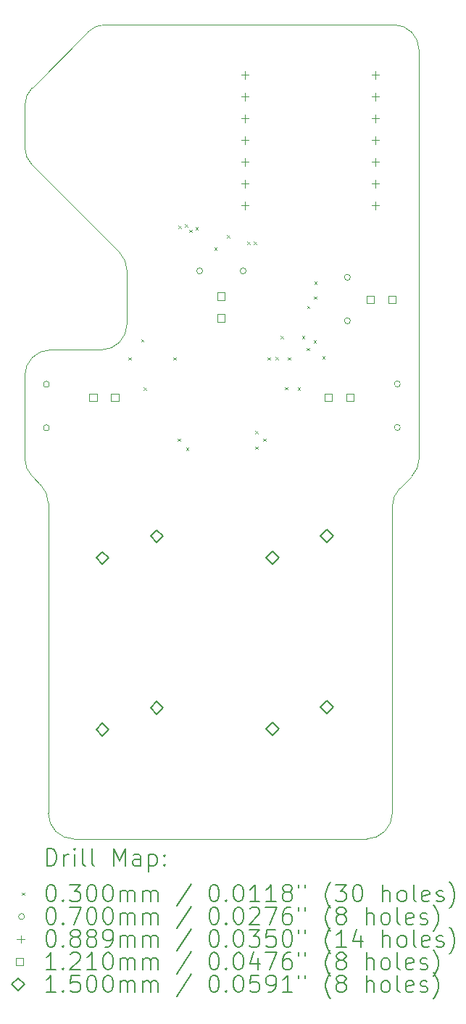
<source format=gbr>
%TF.GenerationSoftware,KiCad,Pcbnew,9.0.2*%
%TF.CreationDate,2025-06-30T11:24:57-04:00*%
%TF.ProjectId,magi_controller,6d616769-5f63-46f6-9e74-726f6c6c6572,rev?*%
%TF.SameCoordinates,Original*%
%TF.FileFunction,Drillmap*%
%TF.FilePolarity,Positive*%
%FSLAX45Y45*%
G04 Gerber Fmt 4.5, Leading zero omitted, Abs format (unit mm)*
G04 Created by KiCad (PCBNEW 9.0.2) date 2025-06-30 11:24:57*
%MOMM*%
%LPD*%
G01*
G04 APERTURE LIST*
%ADD10C,0.050000*%
%ADD11C,0.200000*%
%ADD12C,0.100000*%
%ADD13C,0.121000*%
%ADD14C,0.150000*%
G04 APERTURE END LIST*
D10*
X20841000Y-9077264D02*
G75*
G02*
X20928866Y-8865130I300000J4D01*
G01*
X20841000Y-12658000D02*
G75*
G02*
X20541000Y-12958000I-300000J0D01*
G01*
X17741000Y-6949000D02*
G75*
G02*
X17441000Y-7249000I-300000J0D01*
G01*
X21155000Y-8514736D02*
G75*
G02*
X21067134Y-8726870I-300000J-4D01*
G01*
X17122000Y-12958000D02*
G75*
G02*
X16822000Y-12658000I0J300000D01*
G01*
X16734132Y-8825132D02*
G75*
G02*
X16821997Y-9037264I-212132J-212128D01*
G01*
X16635868Y-5092868D02*
G75*
G02*
X16548003Y-4880736I212132J212128D01*
G01*
X17653132Y-6110132D02*
G75*
G02*
X17740997Y-6322264I-212132J-212128D01*
G01*
X16548000Y-4397264D02*
G75*
G02*
X16635866Y-4185130I300000J4D01*
G01*
X16548000Y-7549000D02*
G75*
G02*
X16848000Y-7249000I300000J0D01*
G01*
X16635868Y-8726868D02*
G75*
G02*
X16548003Y-8514736I212132J212128D01*
G01*
X20855000Y-3451000D02*
G75*
G02*
X21155000Y-3751000I0J-300000D01*
G01*
X17282132Y-3538868D02*
G75*
G02*
X17494264Y-3451003I212128J-212132D01*
G01*
X20855000Y-3451000D02*
X17494264Y-3451000D01*
X17282132Y-3538868D02*
X16635868Y-4185132D01*
X16635868Y-5092868D02*
X17653132Y-6110132D01*
X16822000Y-9037264D02*
X16822000Y-12658000D01*
X16635868Y-8726868D02*
X16734132Y-8825132D01*
X21155000Y-3751000D02*
X21155000Y-8514736D01*
X17741000Y-6322264D02*
X17741000Y-6949000D01*
X17122000Y-12958000D02*
X20541000Y-12958000D01*
X20841000Y-12658000D02*
X20841000Y-9077264D01*
X17441000Y-7249000D02*
X16848000Y-7249000D01*
X16548000Y-4397264D02*
X16548000Y-4880736D01*
X21067132Y-8726868D02*
X20928868Y-8865132D01*
X16548000Y-7549000D02*
X16548000Y-8514736D01*
D11*
D12*
X17759874Y-7336176D02*
X17789874Y-7366176D01*
X17789874Y-7336176D02*
X17759874Y-7366176D01*
X17905000Y-7125000D02*
X17935000Y-7155000D01*
X17935000Y-7125000D02*
X17905000Y-7155000D01*
X17935000Y-7685000D02*
X17965000Y-7715000D01*
X17965000Y-7685000D02*
X17935000Y-7715000D01*
X18285000Y-7335000D02*
X18315000Y-7365000D01*
X18315000Y-7335000D02*
X18285000Y-7365000D01*
X18335000Y-8285000D02*
X18365000Y-8315000D01*
X18365000Y-8285000D02*
X18335000Y-8315000D01*
X18341574Y-5800573D02*
X18371574Y-5830573D01*
X18371574Y-5800573D02*
X18341574Y-5830573D01*
X18419037Y-5780586D02*
X18449037Y-5810586D01*
X18449037Y-5780586D02*
X18419037Y-5810586D01*
X18430000Y-8389000D02*
X18460000Y-8419000D01*
X18460000Y-8389000D02*
X18430000Y-8419000D01*
X18468004Y-5843849D02*
X18498004Y-5873849D01*
X18498004Y-5843849D02*
X18468004Y-5873849D01*
X18543000Y-5816000D02*
X18573000Y-5846000D01*
X18573000Y-5816000D02*
X18543000Y-5846000D01*
X18761975Y-6053787D02*
X18791975Y-6083787D01*
X18791975Y-6053787D02*
X18761975Y-6083787D01*
X18910000Y-5907000D02*
X18940000Y-5937000D01*
X18940000Y-5907000D02*
X18910000Y-5937000D01*
X19145000Y-5985000D02*
X19175000Y-6015000D01*
X19175000Y-5985000D02*
X19145000Y-6015000D01*
X19225000Y-5985000D02*
X19255000Y-6015000D01*
X19255000Y-5985000D02*
X19225000Y-6015000D01*
X19241000Y-8195000D02*
X19271000Y-8225000D01*
X19271000Y-8195000D02*
X19241000Y-8225000D01*
X19241000Y-8376000D02*
X19271000Y-8406000D01*
X19271000Y-8376000D02*
X19241000Y-8406000D01*
X19335000Y-8285000D02*
X19365000Y-8315000D01*
X19365000Y-8285000D02*
X19335000Y-8315000D01*
X19385000Y-7335000D02*
X19415000Y-7365000D01*
X19415000Y-7335000D02*
X19385000Y-7365000D01*
X19475243Y-7329610D02*
X19505243Y-7359610D01*
X19505243Y-7329610D02*
X19475243Y-7359610D01*
X19535000Y-7085000D02*
X19565000Y-7115000D01*
X19565000Y-7085000D02*
X19535000Y-7115000D01*
X19586000Y-7684000D02*
X19616000Y-7714000D01*
X19616000Y-7684000D02*
X19586000Y-7714000D01*
X19619927Y-7334926D02*
X19649927Y-7364926D01*
X19649927Y-7334926D02*
X19619927Y-7364926D01*
X19735000Y-7685000D02*
X19765000Y-7715000D01*
X19765000Y-7685000D02*
X19735000Y-7715000D01*
X19785000Y-7085000D02*
X19815000Y-7115000D01*
X19815000Y-7085000D02*
X19785000Y-7115000D01*
X19840574Y-7224426D02*
X19870574Y-7254426D01*
X19870574Y-7224426D02*
X19840574Y-7254426D01*
X19845000Y-6735000D02*
X19875000Y-6765000D01*
X19875000Y-6735000D02*
X19845000Y-6765000D01*
X19923427Y-7137573D02*
X19953427Y-7167573D01*
X19953427Y-7137573D02*
X19923427Y-7167573D01*
X19928427Y-6626426D02*
X19958427Y-6656426D01*
X19958427Y-6626426D02*
X19928427Y-6656426D01*
X19932000Y-6453000D02*
X19962000Y-6483000D01*
X19962000Y-6453000D02*
X19932000Y-6483000D01*
X20022000Y-7321000D02*
X20052000Y-7351000D01*
X20052000Y-7321000D02*
X20022000Y-7351000D01*
X16835000Y-7650000D02*
G75*
G02*
X16765000Y-7650000I-35000J0D01*
G01*
X16765000Y-7650000D02*
G75*
G02*
X16835000Y-7650000I35000J0D01*
G01*
X16835000Y-8158000D02*
G75*
G02*
X16765000Y-8158000I-35000J0D01*
G01*
X16765000Y-8158000D02*
G75*
G02*
X16835000Y-8158000I35000J0D01*
G01*
X18625129Y-6327000D02*
G75*
G02*
X18555129Y-6327000I-35000J0D01*
G01*
X18555129Y-6327000D02*
G75*
G02*
X18625129Y-6327000I35000J0D01*
G01*
X19133129Y-6327000D02*
G75*
G02*
X19063129Y-6327000I-35000J0D01*
G01*
X19063129Y-6327000D02*
G75*
G02*
X19133129Y-6327000I35000J0D01*
G01*
X20351000Y-6401000D02*
G75*
G02*
X20281000Y-6401000I-35000J0D01*
G01*
X20281000Y-6401000D02*
G75*
G02*
X20351000Y-6401000I35000J0D01*
G01*
X20351000Y-6909000D02*
G75*
G02*
X20281000Y-6909000I-35000J0D01*
G01*
X20281000Y-6909000D02*
G75*
G02*
X20351000Y-6909000I35000J0D01*
G01*
X20935000Y-7646000D02*
G75*
G02*
X20865000Y-7646000I-35000J0D01*
G01*
X20865000Y-7646000D02*
G75*
G02*
X20935000Y-7646000I35000J0D01*
G01*
X20935000Y-8154000D02*
G75*
G02*
X20865000Y-8154000I-35000J0D01*
G01*
X20865000Y-8154000D02*
G75*
G02*
X20935000Y-8154000I35000J0D01*
G01*
X19120000Y-3995550D02*
X19120000Y-4084450D01*
X19075550Y-4040000D02*
X19164450Y-4040000D01*
X19120000Y-4249550D02*
X19120000Y-4338450D01*
X19075550Y-4294000D02*
X19164450Y-4294000D01*
X19120000Y-4503550D02*
X19120000Y-4592450D01*
X19075550Y-4548000D02*
X19164450Y-4548000D01*
X19120000Y-4757550D02*
X19120000Y-4846450D01*
X19075550Y-4802000D02*
X19164450Y-4802000D01*
X19120000Y-5011550D02*
X19120000Y-5100450D01*
X19075550Y-5056000D02*
X19164450Y-5056000D01*
X19120000Y-5265550D02*
X19120000Y-5354450D01*
X19075550Y-5310000D02*
X19164450Y-5310000D01*
X19120000Y-5519550D02*
X19120000Y-5608450D01*
X19075550Y-5564000D02*
X19164450Y-5564000D01*
X20644000Y-3995550D02*
X20644000Y-4084450D01*
X20599550Y-4040000D02*
X20688450Y-4040000D01*
X20644000Y-4249550D02*
X20644000Y-4338450D01*
X20599550Y-4294000D02*
X20688450Y-4294000D01*
X20644000Y-4503550D02*
X20644000Y-4592450D01*
X20599550Y-4548000D02*
X20688450Y-4548000D01*
X20644000Y-4757550D02*
X20644000Y-4846450D01*
X20599550Y-4802000D02*
X20688450Y-4802000D01*
X20644000Y-5011550D02*
X20644000Y-5100450D01*
X20599550Y-5056000D02*
X20688450Y-5056000D01*
X20644000Y-5265550D02*
X20644000Y-5354450D01*
X20599550Y-5310000D02*
X20688450Y-5310000D01*
X20644000Y-5519550D02*
X20644000Y-5608450D01*
X20599550Y-5564000D02*
X20688450Y-5564000D01*
D13*
X17388780Y-7842780D02*
X17388780Y-7757220D01*
X17303220Y-7757220D01*
X17303220Y-7842780D01*
X17388780Y-7842780D01*
X17642780Y-7842780D02*
X17642780Y-7757220D01*
X17557220Y-7757220D01*
X17557220Y-7842780D01*
X17642780Y-7842780D01*
X18886910Y-6665780D02*
X18886910Y-6580220D01*
X18801349Y-6580220D01*
X18801349Y-6665780D01*
X18886910Y-6665780D01*
X18886910Y-6919780D02*
X18886910Y-6834220D01*
X18801349Y-6834220D01*
X18801349Y-6919780D01*
X18886910Y-6919780D01*
X20138780Y-7842780D02*
X20138780Y-7757220D01*
X20053220Y-7757220D01*
X20053220Y-7842780D01*
X20138780Y-7842780D01*
X20392780Y-7842780D02*
X20392780Y-7757220D01*
X20307220Y-7757220D01*
X20307220Y-7842780D01*
X20392780Y-7842780D01*
X20624780Y-6703067D02*
X20624780Y-6617507D01*
X20539220Y-6617507D01*
X20539220Y-6703067D01*
X20624780Y-6703067D01*
X20878780Y-6703067D02*
X20878780Y-6617507D01*
X20793220Y-6617507D01*
X20793220Y-6703067D01*
X20878780Y-6703067D01*
D14*
X17456000Y-9754000D02*
X17531000Y-9679000D01*
X17456000Y-9604000D01*
X17381000Y-9679000D01*
X17456000Y-9754000D01*
X17456000Y-11754000D02*
X17531000Y-11679000D01*
X17456000Y-11604000D01*
X17381000Y-11679000D01*
X17456000Y-11754000D01*
X18091000Y-9500000D02*
X18166000Y-9425000D01*
X18091000Y-9350000D01*
X18016000Y-9425000D01*
X18091000Y-9500000D01*
X18091000Y-11500000D02*
X18166000Y-11425000D01*
X18091000Y-11350000D01*
X18016000Y-11425000D01*
X18091000Y-11500000D01*
X19441000Y-9750000D02*
X19516000Y-9675000D01*
X19441000Y-9600000D01*
X19366000Y-9675000D01*
X19441000Y-9750000D01*
X19441000Y-11750000D02*
X19516000Y-11675000D01*
X19441000Y-11600000D01*
X19366000Y-11675000D01*
X19441000Y-11750000D01*
X20076000Y-9496000D02*
X20151000Y-9421000D01*
X20076000Y-9346000D01*
X20001000Y-9421000D01*
X20076000Y-9496000D01*
X20076000Y-11496000D02*
X20151000Y-11421000D01*
X20076000Y-11346000D01*
X20001000Y-11421000D01*
X20076000Y-11496000D01*
D11*
X16806277Y-13271984D02*
X16806277Y-13071984D01*
X16806277Y-13071984D02*
X16853896Y-13071984D01*
X16853896Y-13071984D02*
X16882467Y-13081508D01*
X16882467Y-13081508D02*
X16901515Y-13100555D01*
X16901515Y-13100555D02*
X16911039Y-13119603D01*
X16911039Y-13119603D02*
X16920563Y-13157698D01*
X16920563Y-13157698D02*
X16920563Y-13186269D01*
X16920563Y-13186269D02*
X16911039Y-13224365D01*
X16911039Y-13224365D02*
X16901515Y-13243412D01*
X16901515Y-13243412D02*
X16882467Y-13262460D01*
X16882467Y-13262460D02*
X16853896Y-13271984D01*
X16853896Y-13271984D02*
X16806277Y-13271984D01*
X17006277Y-13271984D02*
X17006277Y-13138650D01*
X17006277Y-13176746D02*
X17015801Y-13157698D01*
X17015801Y-13157698D02*
X17025324Y-13148174D01*
X17025324Y-13148174D02*
X17044372Y-13138650D01*
X17044372Y-13138650D02*
X17063420Y-13138650D01*
X17130086Y-13271984D02*
X17130086Y-13138650D01*
X17130086Y-13071984D02*
X17120563Y-13081508D01*
X17120563Y-13081508D02*
X17130086Y-13091031D01*
X17130086Y-13091031D02*
X17139610Y-13081508D01*
X17139610Y-13081508D02*
X17130086Y-13071984D01*
X17130086Y-13071984D02*
X17130086Y-13091031D01*
X17253896Y-13271984D02*
X17234848Y-13262460D01*
X17234848Y-13262460D02*
X17225324Y-13243412D01*
X17225324Y-13243412D02*
X17225324Y-13071984D01*
X17358658Y-13271984D02*
X17339610Y-13262460D01*
X17339610Y-13262460D02*
X17330086Y-13243412D01*
X17330086Y-13243412D02*
X17330086Y-13071984D01*
X17587229Y-13271984D02*
X17587229Y-13071984D01*
X17587229Y-13071984D02*
X17653896Y-13214841D01*
X17653896Y-13214841D02*
X17720563Y-13071984D01*
X17720563Y-13071984D02*
X17720563Y-13271984D01*
X17901515Y-13271984D02*
X17901515Y-13167222D01*
X17901515Y-13167222D02*
X17891991Y-13148174D01*
X17891991Y-13148174D02*
X17872944Y-13138650D01*
X17872944Y-13138650D02*
X17834848Y-13138650D01*
X17834848Y-13138650D02*
X17815801Y-13148174D01*
X17901515Y-13262460D02*
X17882467Y-13271984D01*
X17882467Y-13271984D02*
X17834848Y-13271984D01*
X17834848Y-13271984D02*
X17815801Y-13262460D01*
X17815801Y-13262460D02*
X17806277Y-13243412D01*
X17806277Y-13243412D02*
X17806277Y-13224365D01*
X17806277Y-13224365D02*
X17815801Y-13205317D01*
X17815801Y-13205317D02*
X17834848Y-13195793D01*
X17834848Y-13195793D02*
X17882467Y-13195793D01*
X17882467Y-13195793D02*
X17901515Y-13186269D01*
X17996753Y-13138650D02*
X17996753Y-13338650D01*
X17996753Y-13148174D02*
X18015801Y-13138650D01*
X18015801Y-13138650D02*
X18053896Y-13138650D01*
X18053896Y-13138650D02*
X18072944Y-13148174D01*
X18072944Y-13148174D02*
X18082467Y-13157698D01*
X18082467Y-13157698D02*
X18091991Y-13176746D01*
X18091991Y-13176746D02*
X18091991Y-13233888D01*
X18091991Y-13233888D02*
X18082467Y-13252936D01*
X18082467Y-13252936D02*
X18072944Y-13262460D01*
X18072944Y-13262460D02*
X18053896Y-13271984D01*
X18053896Y-13271984D02*
X18015801Y-13271984D01*
X18015801Y-13271984D02*
X17996753Y-13262460D01*
X18177705Y-13252936D02*
X18187229Y-13262460D01*
X18187229Y-13262460D02*
X18177705Y-13271984D01*
X18177705Y-13271984D02*
X18168182Y-13262460D01*
X18168182Y-13262460D02*
X18177705Y-13252936D01*
X18177705Y-13252936D02*
X18177705Y-13271984D01*
X18177705Y-13148174D02*
X18187229Y-13157698D01*
X18187229Y-13157698D02*
X18177705Y-13167222D01*
X18177705Y-13167222D02*
X18168182Y-13157698D01*
X18168182Y-13157698D02*
X18177705Y-13148174D01*
X18177705Y-13148174D02*
X18177705Y-13167222D01*
D12*
X16515500Y-13585500D02*
X16545500Y-13615500D01*
X16545500Y-13585500D02*
X16515500Y-13615500D01*
D11*
X16844372Y-13491984D02*
X16863420Y-13491984D01*
X16863420Y-13491984D02*
X16882467Y-13501508D01*
X16882467Y-13501508D02*
X16891991Y-13511031D01*
X16891991Y-13511031D02*
X16901515Y-13530079D01*
X16901515Y-13530079D02*
X16911039Y-13568174D01*
X16911039Y-13568174D02*
X16911039Y-13615793D01*
X16911039Y-13615793D02*
X16901515Y-13653888D01*
X16901515Y-13653888D02*
X16891991Y-13672936D01*
X16891991Y-13672936D02*
X16882467Y-13682460D01*
X16882467Y-13682460D02*
X16863420Y-13691984D01*
X16863420Y-13691984D02*
X16844372Y-13691984D01*
X16844372Y-13691984D02*
X16825324Y-13682460D01*
X16825324Y-13682460D02*
X16815801Y-13672936D01*
X16815801Y-13672936D02*
X16806277Y-13653888D01*
X16806277Y-13653888D02*
X16796753Y-13615793D01*
X16796753Y-13615793D02*
X16796753Y-13568174D01*
X16796753Y-13568174D02*
X16806277Y-13530079D01*
X16806277Y-13530079D02*
X16815801Y-13511031D01*
X16815801Y-13511031D02*
X16825324Y-13501508D01*
X16825324Y-13501508D02*
X16844372Y-13491984D01*
X16996753Y-13672936D02*
X17006277Y-13682460D01*
X17006277Y-13682460D02*
X16996753Y-13691984D01*
X16996753Y-13691984D02*
X16987229Y-13682460D01*
X16987229Y-13682460D02*
X16996753Y-13672936D01*
X16996753Y-13672936D02*
X16996753Y-13691984D01*
X17072944Y-13491984D02*
X17196753Y-13491984D01*
X17196753Y-13491984D02*
X17130086Y-13568174D01*
X17130086Y-13568174D02*
X17158658Y-13568174D01*
X17158658Y-13568174D02*
X17177705Y-13577698D01*
X17177705Y-13577698D02*
X17187229Y-13587222D01*
X17187229Y-13587222D02*
X17196753Y-13606269D01*
X17196753Y-13606269D02*
X17196753Y-13653888D01*
X17196753Y-13653888D02*
X17187229Y-13672936D01*
X17187229Y-13672936D02*
X17177705Y-13682460D01*
X17177705Y-13682460D02*
X17158658Y-13691984D01*
X17158658Y-13691984D02*
X17101515Y-13691984D01*
X17101515Y-13691984D02*
X17082467Y-13682460D01*
X17082467Y-13682460D02*
X17072944Y-13672936D01*
X17320563Y-13491984D02*
X17339610Y-13491984D01*
X17339610Y-13491984D02*
X17358658Y-13501508D01*
X17358658Y-13501508D02*
X17368182Y-13511031D01*
X17368182Y-13511031D02*
X17377705Y-13530079D01*
X17377705Y-13530079D02*
X17387229Y-13568174D01*
X17387229Y-13568174D02*
X17387229Y-13615793D01*
X17387229Y-13615793D02*
X17377705Y-13653888D01*
X17377705Y-13653888D02*
X17368182Y-13672936D01*
X17368182Y-13672936D02*
X17358658Y-13682460D01*
X17358658Y-13682460D02*
X17339610Y-13691984D01*
X17339610Y-13691984D02*
X17320563Y-13691984D01*
X17320563Y-13691984D02*
X17301515Y-13682460D01*
X17301515Y-13682460D02*
X17291991Y-13672936D01*
X17291991Y-13672936D02*
X17282467Y-13653888D01*
X17282467Y-13653888D02*
X17272944Y-13615793D01*
X17272944Y-13615793D02*
X17272944Y-13568174D01*
X17272944Y-13568174D02*
X17282467Y-13530079D01*
X17282467Y-13530079D02*
X17291991Y-13511031D01*
X17291991Y-13511031D02*
X17301515Y-13501508D01*
X17301515Y-13501508D02*
X17320563Y-13491984D01*
X17511039Y-13491984D02*
X17530086Y-13491984D01*
X17530086Y-13491984D02*
X17549134Y-13501508D01*
X17549134Y-13501508D02*
X17558658Y-13511031D01*
X17558658Y-13511031D02*
X17568182Y-13530079D01*
X17568182Y-13530079D02*
X17577705Y-13568174D01*
X17577705Y-13568174D02*
X17577705Y-13615793D01*
X17577705Y-13615793D02*
X17568182Y-13653888D01*
X17568182Y-13653888D02*
X17558658Y-13672936D01*
X17558658Y-13672936D02*
X17549134Y-13682460D01*
X17549134Y-13682460D02*
X17530086Y-13691984D01*
X17530086Y-13691984D02*
X17511039Y-13691984D01*
X17511039Y-13691984D02*
X17491991Y-13682460D01*
X17491991Y-13682460D02*
X17482467Y-13672936D01*
X17482467Y-13672936D02*
X17472944Y-13653888D01*
X17472944Y-13653888D02*
X17463420Y-13615793D01*
X17463420Y-13615793D02*
X17463420Y-13568174D01*
X17463420Y-13568174D02*
X17472944Y-13530079D01*
X17472944Y-13530079D02*
X17482467Y-13511031D01*
X17482467Y-13511031D02*
X17491991Y-13501508D01*
X17491991Y-13501508D02*
X17511039Y-13491984D01*
X17663420Y-13691984D02*
X17663420Y-13558650D01*
X17663420Y-13577698D02*
X17672944Y-13568174D01*
X17672944Y-13568174D02*
X17691991Y-13558650D01*
X17691991Y-13558650D02*
X17720563Y-13558650D01*
X17720563Y-13558650D02*
X17739610Y-13568174D01*
X17739610Y-13568174D02*
X17749134Y-13587222D01*
X17749134Y-13587222D02*
X17749134Y-13691984D01*
X17749134Y-13587222D02*
X17758658Y-13568174D01*
X17758658Y-13568174D02*
X17777705Y-13558650D01*
X17777705Y-13558650D02*
X17806277Y-13558650D01*
X17806277Y-13558650D02*
X17825325Y-13568174D01*
X17825325Y-13568174D02*
X17834848Y-13587222D01*
X17834848Y-13587222D02*
X17834848Y-13691984D01*
X17930086Y-13691984D02*
X17930086Y-13558650D01*
X17930086Y-13577698D02*
X17939610Y-13568174D01*
X17939610Y-13568174D02*
X17958658Y-13558650D01*
X17958658Y-13558650D02*
X17987229Y-13558650D01*
X17987229Y-13558650D02*
X18006277Y-13568174D01*
X18006277Y-13568174D02*
X18015801Y-13587222D01*
X18015801Y-13587222D02*
X18015801Y-13691984D01*
X18015801Y-13587222D02*
X18025325Y-13568174D01*
X18025325Y-13568174D02*
X18044372Y-13558650D01*
X18044372Y-13558650D02*
X18072944Y-13558650D01*
X18072944Y-13558650D02*
X18091991Y-13568174D01*
X18091991Y-13568174D02*
X18101515Y-13587222D01*
X18101515Y-13587222D02*
X18101515Y-13691984D01*
X18491991Y-13482460D02*
X18320563Y-13739603D01*
X18749134Y-13491984D02*
X18768182Y-13491984D01*
X18768182Y-13491984D02*
X18787229Y-13501508D01*
X18787229Y-13501508D02*
X18796753Y-13511031D01*
X18796753Y-13511031D02*
X18806277Y-13530079D01*
X18806277Y-13530079D02*
X18815801Y-13568174D01*
X18815801Y-13568174D02*
X18815801Y-13615793D01*
X18815801Y-13615793D02*
X18806277Y-13653888D01*
X18806277Y-13653888D02*
X18796753Y-13672936D01*
X18796753Y-13672936D02*
X18787229Y-13682460D01*
X18787229Y-13682460D02*
X18768182Y-13691984D01*
X18768182Y-13691984D02*
X18749134Y-13691984D01*
X18749134Y-13691984D02*
X18730087Y-13682460D01*
X18730087Y-13682460D02*
X18720563Y-13672936D01*
X18720563Y-13672936D02*
X18711039Y-13653888D01*
X18711039Y-13653888D02*
X18701515Y-13615793D01*
X18701515Y-13615793D02*
X18701515Y-13568174D01*
X18701515Y-13568174D02*
X18711039Y-13530079D01*
X18711039Y-13530079D02*
X18720563Y-13511031D01*
X18720563Y-13511031D02*
X18730087Y-13501508D01*
X18730087Y-13501508D02*
X18749134Y-13491984D01*
X18901515Y-13672936D02*
X18911039Y-13682460D01*
X18911039Y-13682460D02*
X18901515Y-13691984D01*
X18901515Y-13691984D02*
X18891991Y-13682460D01*
X18891991Y-13682460D02*
X18901515Y-13672936D01*
X18901515Y-13672936D02*
X18901515Y-13691984D01*
X19034848Y-13491984D02*
X19053896Y-13491984D01*
X19053896Y-13491984D02*
X19072944Y-13501508D01*
X19072944Y-13501508D02*
X19082468Y-13511031D01*
X19082468Y-13511031D02*
X19091991Y-13530079D01*
X19091991Y-13530079D02*
X19101515Y-13568174D01*
X19101515Y-13568174D02*
X19101515Y-13615793D01*
X19101515Y-13615793D02*
X19091991Y-13653888D01*
X19091991Y-13653888D02*
X19082468Y-13672936D01*
X19082468Y-13672936D02*
X19072944Y-13682460D01*
X19072944Y-13682460D02*
X19053896Y-13691984D01*
X19053896Y-13691984D02*
X19034848Y-13691984D01*
X19034848Y-13691984D02*
X19015801Y-13682460D01*
X19015801Y-13682460D02*
X19006277Y-13672936D01*
X19006277Y-13672936D02*
X18996753Y-13653888D01*
X18996753Y-13653888D02*
X18987229Y-13615793D01*
X18987229Y-13615793D02*
X18987229Y-13568174D01*
X18987229Y-13568174D02*
X18996753Y-13530079D01*
X18996753Y-13530079D02*
X19006277Y-13511031D01*
X19006277Y-13511031D02*
X19015801Y-13501508D01*
X19015801Y-13501508D02*
X19034848Y-13491984D01*
X19291991Y-13691984D02*
X19177706Y-13691984D01*
X19234848Y-13691984D02*
X19234848Y-13491984D01*
X19234848Y-13491984D02*
X19215801Y-13520555D01*
X19215801Y-13520555D02*
X19196753Y-13539603D01*
X19196753Y-13539603D02*
X19177706Y-13549127D01*
X19482468Y-13691984D02*
X19368182Y-13691984D01*
X19425325Y-13691984D02*
X19425325Y-13491984D01*
X19425325Y-13491984D02*
X19406277Y-13520555D01*
X19406277Y-13520555D02*
X19387229Y-13539603D01*
X19387229Y-13539603D02*
X19368182Y-13549127D01*
X19596753Y-13577698D02*
X19577706Y-13568174D01*
X19577706Y-13568174D02*
X19568182Y-13558650D01*
X19568182Y-13558650D02*
X19558658Y-13539603D01*
X19558658Y-13539603D02*
X19558658Y-13530079D01*
X19558658Y-13530079D02*
X19568182Y-13511031D01*
X19568182Y-13511031D02*
X19577706Y-13501508D01*
X19577706Y-13501508D02*
X19596753Y-13491984D01*
X19596753Y-13491984D02*
X19634849Y-13491984D01*
X19634849Y-13491984D02*
X19653896Y-13501508D01*
X19653896Y-13501508D02*
X19663420Y-13511031D01*
X19663420Y-13511031D02*
X19672944Y-13530079D01*
X19672944Y-13530079D02*
X19672944Y-13539603D01*
X19672944Y-13539603D02*
X19663420Y-13558650D01*
X19663420Y-13558650D02*
X19653896Y-13568174D01*
X19653896Y-13568174D02*
X19634849Y-13577698D01*
X19634849Y-13577698D02*
X19596753Y-13577698D01*
X19596753Y-13577698D02*
X19577706Y-13587222D01*
X19577706Y-13587222D02*
X19568182Y-13596746D01*
X19568182Y-13596746D02*
X19558658Y-13615793D01*
X19558658Y-13615793D02*
X19558658Y-13653888D01*
X19558658Y-13653888D02*
X19568182Y-13672936D01*
X19568182Y-13672936D02*
X19577706Y-13682460D01*
X19577706Y-13682460D02*
X19596753Y-13691984D01*
X19596753Y-13691984D02*
X19634849Y-13691984D01*
X19634849Y-13691984D02*
X19653896Y-13682460D01*
X19653896Y-13682460D02*
X19663420Y-13672936D01*
X19663420Y-13672936D02*
X19672944Y-13653888D01*
X19672944Y-13653888D02*
X19672944Y-13615793D01*
X19672944Y-13615793D02*
X19663420Y-13596746D01*
X19663420Y-13596746D02*
X19653896Y-13587222D01*
X19653896Y-13587222D02*
X19634849Y-13577698D01*
X19749134Y-13491984D02*
X19749134Y-13530079D01*
X19825325Y-13491984D02*
X19825325Y-13530079D01*
X20120563Y-13768174D02*
X20111039Y-13758650D01*
X20111039Y-13758650D02*
X20091991Y-13730079D01*
X20091991Y-13730079D02*
X20082468Y-13711031D01*
X20082468Y-13711031D02*
X20072944Y-13682460D01*
X20072944Y-13682460D02*
X20063420Y-13634841D01*
X20063420Y-13634841D02*
X20063420Y-13596746D01*
X20063420Y-13596746D02*
X20072944Y-13549127D01*
X20072944Y-13549127D02*
X20082468Y-13520555D01*
X20082468Y-13520555D02*
X20091991Y-13501508D01*
X20091991Y-13501508D02*
X20111039Y-13472936D01*
X20111039Y-13472936D02*
X20120563Y-13463412D01*
X20177706Y-13491984D02*
X20301515Y-13491984D01*
X20301515Y-13491984D02*
X20234849Y-13568174D01*
X20234849Y-13568174D02*
X20263420Y-13568174D01*
X20263420Y-13568174D02*
X20282468Y-13577698D01*
X20282468Y-13577698D02*
X20291991Y-13587222D01*
X20291991Y-13587222D02*
X20301515Y-13606269D01*
X20301515Y-13606269D02*
X20301515Y-13653888D01*
X20301515Y-13653888D02*
X20291991Y-13672936D01*
X20291991Y-13672936D02*
X20282468Y-13682460D01*
X20282468Y-13682460D02*
X20263420Y-13691984D01*
X20263420Y-13691984D02*
X20206277Y-13691984D01*
X20206277Y-13691984D02*
X20187230Y-13682460D01*
X20187230Y-13682460D02*
X20177706Y-13672936D01*
X20425325Y-13491984D02*
X20444372Y-13491984D01*
X20444372Y-13491984D02*
X20463420Y-13501508D01*
X20463420Y-13501508D02*
X20472944Y-13511031D01*
X20472944Y-13511031D02*
X20482468Y-13530079D01*
X20482468Y-13530079D02*
X20491991Y-13568174D01*
X20491991Y-13568174D02*
X20491991Y-13615793D01*
X20491991Y-13615793D02*
X20482468Y-13653888D01*
X20482468Y-13653888D02*
X20472944Y-13672936D01*
X20472944Y-13672936D02*
X20463420Y-13682460D01*
X20463420Y-13682460D02*
X20444372Y-13691984D01*
X20444372Y-13691984D02*
X20425325Y-13691984D01*
X20425325Y-13691984D02*
X20406277Y-13682460D01*
X20406277Y-13682460D02*
X20396753Y-13672936D01*
X20396753Y-13672936D02*
X20387230Y-13653888D01*
X20387230Y-13653888D02*
X20377706Y-13615793D01*
X20377706Y-13615793D02*
X20377706Y-13568174D01*
X20377706Y-13568174D02*
X20387230Y-13530079D01*
X20387230Y-13530079D02*
X20396753Y-13511031D01*
X20396753Y-13511031D02*
X20406277Y-13501508D01*
X20406277Y-13501508D02*
X20425325Y-13491984D01*
X20730087Y-13691984D02*
X20730087Y-13491984D01*
X20815801Y-13691984D02*
X20815801Y-13587222D01*
X20815801Y-13587222D02*
X20806277Y-13568174D01*
X20806277Y-13568174D02*
X20787230Y-13558650D01*
X20787230Y-13558650D02*
X20758658Y-13558650D01*
X20758658Y-13558650D02*
X20739611Y-13568174D01*
X20739611Y-13568174D02*
X20730087Y-13577698D01*
X20939611Y-13691984D02*
X20920563Y-13682460D01*
X20920563Y-13682460D02*
X20911039Y-13672936D01*
X20911039Y-13672936D02*
X20901515Y-13653888D01*
X20901515Y-13653888D02*
X20901515Y-13596746D01*
X20901515Y-13596746D02*
X20911039Y-13577698D01*
X20911039Y-13577698D02*
X20920563Y-13568174D01*
X20920563Y-13568174D02*
X20939611Y-13558650D01*
X20939611Y-13558650D02*
X20968182Y-13558650D01*
X20968182Y-13558650D02*
X20987230Y-13568174D01*
X20987230Y-13568174D02*
X20996753Y-13577698D01*
X20996753Y-13577698D02*
X21006277Y-13596746D01*
X21006277Y-13596746D02*
X21006277Y-13653888D01*
X21006277Y-13653888D02*
X20996753Y-13672936D01*
X20996753Y-13672936D02*
X20987230Y-13682460D01*
X20987230Y-13682460D02*
X20968182Y-13691984D01*
X20968182Y-13691984D02*
X20939611Y-13691984D01*
X21120563Y-13691984D02*
X21101515Y-13682460D01*
X21101515Y-13682460D02*
X21091992Y-13663412D01*
X21091992Y-13663412D02*
X21091992Y-13491984D01*
X21272944Y-13682460D02*
X21253896Y-13691984D01*
X21253896Y-13691984D02*
X21215801Y-13691984D01*
X21215801Y-13691984D02*
X21196753Y-13682460D01*
X21196753Y-13682460D02*
X21187230Y-13663412D01*
X21187230Y-13663412D02*
X21187230Y-13587222D01*
X21187230Y-13587222D02*
X21196753Y-13568174D01*
X21196753Y-13568174D02*
X21215801Y-13558650D01*
X21215801Y-13558650D02*
X21253896Y-13558650D01*
X21253896Y-13558650D02*
X21272944Y-13568174D01*
X21272944Y-13568174D02*
X21282468Y-13587222D01*
X21282468Y-13587222D02*
X21282468Y-13606269D01*
X21282468Y-13606269D02*
X21187230Y-13625317D01*
X21358658Y-13682460D02*
X21377706Y-13691984D01*
X21377706Y-13691984D02*
X21415801Y-13691984D01*
X21415801Y-13691984D02*
X21434849Y-13682460D01*
X21434849Y-13682460D02*
X21444373Y-13663412D01*
X21444373Y-13663412D02*
X21444373Y-13653888D01*
X21444373Y-13653888D02*
X21434849Y-13634841D01*
X21434849Y-13634841D02*
X21415801Y-13625317D01*
X21415801Y-13625317D02*
X21387230Y-13625317D01*
X21387230Y-13625317D02*
X21368182Y-13615793D01*
X21368182Y-13615793D02*
X21358658Y-13596746D01*
X21358658Y-13596746D02*
X21358658Y-13587222D01*
X21358658Y-13587222D02*
X21368182Y-13568174D01*
X21368182Y-13568174D02*
X21387230Y-13558650D01*
X21387230Y-13558650D02*
X21415801Y-13558650D01*
X21415801Y-13558650D02*
X21434849Y-13568174D01*
X21511039Y-13768174D02*
X21520563Y-13758650D01*
X21520563Y-13758650D02*
X21539611Y-13730079D01*
X21539611Y-13730079D02*
X21549134Y-13711031D01*
X21549134Y-13711031D02*
X21558658Y-13682460D01*
X21558658Y-13682460D02*
X21568182Y-13634841D01*
X21568182Y-13634841D02*
X21568182Y-13596746D01*
X21568182Y-13596746D02*
X21558658Y-13549127D01*
X21558658Y-13549127D02*
X21549134Y-13520555D01*
X21549134Y-13520555D02*
X21539611Y-13501508D01*
X21539611Y-13501508D02*
X21520563Y-13472936D01*
X21520563Y-13472936D02*
X21511039Y-13463412D01*
D12*
X16545500Y-13864500D02*
G75*
G02*
X16475500Y-13864500I-35000J0D01*
G01*
X16475500Y-13864500D02*
G75*
G02*
X16545500Y-13864500I35000J0D01*
G01*
D11*
X16844372Y-13755984D02*
X16863420Y-13755984D01*
X16863420Y-13755984D02*
X16882467Y-13765508D01*
X16882467Y-13765508D02*
X16891991Y-13775031D01*
X16891991Y-13775031D02*
X16901515Y-13794079D01*
X16901515Y-13794079D02*
X16911039Y-13832174D01*
X16911039Y-13832174D02*
X16911039Y-13879793D01*
X16911039Y-13879793D02*
X16901515Y-13917888D01*
X16901515Y-13917888D02*
X16891991Y-13936936D01*
X16891991Y-13936936D02*
X16882467Y-13946460D01*
X16882467Y-13946460D02*
X16863420Y-13955984D01*
X16863420Y-13955984D02*
X16844372Y-13955984D01*
X16844372Y-13955984D02*
X16825324Y-13946460D01*
X16825324Y-13946460D02*
X16815801Y-13936936D01*
X16815801Y-13936936D02*
X16806277Y-13917888D01*
X16806277Y-13917888D02*
X16796753Y-13879793D01*
X16796753Y-13879793D02*
X16796753Y-13832174D01*
X16796753Y-13832174D02*
X16806277Y-13794079D01*
X16806277Y-13794079D02*
X16815801Y-13775031D01*
X16815801Y-13775031D02*
X16825324Y-13765508D01*
X16825324Y-13765508D02*
X16844372Y-13755984D01*
X16996753Y-13936936D02*
X17006277Y-13946460D01*
X17006277Y-13946460D02*
X16996753Y-13955984D01*
X16996753Y-13955984D02*
X16987229Y-13946460D01*
X16987229Y-13946460D02*
X16996753Y-13936936D01*
X16996753Y-13936936D02*
X16996753Y-13955984D01*
X17072944Y-13755984D02*
X17206277Y-13755984D01*
X17206277Y-13755984D02*
X17120563Y-13955984D01*
X17320563Y-13755984D02*
X17339610Y-13755984D01*
X17339610Y-13755984D02*
X17358658Y-13765508D01*
X17358658Y-13765508D02*
X17368182Y-13775031D01*
X17368182Y-13775031D02*
X17377705Y-13794079D01*
X17377705Y-13794079D02*
X17387229Y-13832174D01*
X17387229Y-13832174D02*
X17387229Y-13879793D01*
X17387229Y-13879793D02*
X17377705Y-13917888D01*
X17377705Y-13917888D02*
X17368182Y-13936936D01*
X17368182Y-13936936D02*
X17358658Y-13946460D01*
X17358658Y-13946460D02*
X17339610Y-13955984D01*
X17339610Y-13955984D02*
X17320563Y-13955984D01*
X17320563Y-13955984D02*
X17301515Y-13946460D01*
X17301515Y-13946460D02*
X17291991Y-13936936D01*
X17291991Y-13936936D02*
X17282467Y-13917888D01*
X17282467Y-13917888D02*
X17272944Y-13879793D01*
X17272944Y-13879793D02*
X17272944Y-13832174D01*
X17272944Y-13832174D02*
X17282467Y-13794079D01*
X17282467Y-13794079D02*
X17291991Y-13775031D01*
X17291991Y-13775031D02*
X17301515Y-13765508D01*
X17301515Y-13765508D02*
X17320563Y-13755984D01*
X17511039Y-13755984D02*
X17530086Y-13755984D01*
X17530086Y-13755984D02*
X17549134Y-13765508D01*
X17549134Y-13765508D02*
X17558658Y-13775031D01*
X17558658Y-13775031D02*
X17568182Y-13794079D01*
X17568182Y-13794079D02*
X17577705Y-13832174D01*
X17577705Y-13832174D02*
X17577705Y-13879793D01*
X17577705Y-13879793D02*
X17568182Y-13917888D01*
X17568182Y-13917888D02*
X17558658Y-13936936D01*
X17558658Y-13936936D02*
X17549134Y-13946460D01*
X17549134Y-13946460D02*
X17530086Y-13955984D01*
X17530086Y-13955984D02*
X17511039Y-13955984D01*
X17511039Y-13955984D02*
X17491991Y-13946460D01*
X17491991Y-13946460D02*
X17482467Y-13936936D01*
X17482467Y-13936936D02*
X17472944Y-13917888D01*
X17472944Y-13917888D02*
X17463420Y-13879793D01*
X17463420Y-13879793D02*
X17463420Y-13832174D01*
X17463420Y-13832174D02*
X17472944Y-13794079D01*
X17472944Y-13794079D02*
X17482467Y-13775031D01*
X17482467Y-13775031D02*
X17491991Y-13765508D01*
X17491991Y-13765508D02*
X17511039Y-13755984D01*
X17663420Y-13955984D02*
X17663420Y-13822650D01*
X17663420Y-13841698D02*
X17672944Y-13832174D01*
X17672944Y-13832174D02*
X17691991Y-13822650D01*
X17691991Y-13822650D02*
X17720563Y-13822650D01*
X17720563Y-13822650D02*
X17739610Y-13832174D01*
X17739610Y-13832174D02*
X17749134Y-13851222D01*
X17749134Y-13851222D02*
X17749134Y-13955984D01*
X17749134Y-13851222D02*
X17758658Y-13832174D01*
X17758658Y-13832174D02*
X17777705Y-13822650D01*
X17777705Y-13822650D02*
X17806277Y-13822650D01*
X17806277Y-13822650D02*
X17825325Y-13832174D01*
X17825325Y-13832174D02*
X17834848Y-13851222D01*
X17834848Y-13851222D02*
X17834848Y-13955984D01*
X17930086Y-13955984D02*
X17930086Y-13822650D01*
X17930086Y-13841698D02*
X17939610Y-13832174D01*
X17939610Y-13832174D02*
X17958658Y-13822650D01*
X17958658Y-13822650D02*
X17987229Y-13822650D01*
X17987229Y-13822650D02*
X18006277Y-13832174D01*
X18006277Y-13832174D02*
X18015801Y-13851222D01*
X18015801Y-13851222D02*
X18015801Y-13955984D01*
X18015801Y-13851222D02*
X18025325Y-13832174D01*
X18025325Y-13832174D02*
X18044372Y-13822650D01*
X18044372Y-13822650D02*
X18072944Y-13822650D01*
X18072944Y-13822650D02*
X18091991Y-13832174D01*
X18091991Y-13832174D02*
X18101515Y-13851222D01*
X18101515Y-13851222D02*
X18101515Y-13955984D01*
X18491991Y-13746460D02*
X18320563Y-14003603D01*
X18749134Y-13755984D02*
X18768182Y-13755984D01*
X18768182Y-13755984D02*
X18787229Y-13765508D01*
X18787229Y-13765508D02*
X18796753Y-13775031D01*
X18796753Y-13775031D02*
X18806277Y-13794079D01*
X18806277Y-13794079D02*
X18815801Y-13832174D01*
X18815801Y-13832174D02*
X18815801Y-13879793D01*
X18815801Y-13879793D02*
X18806277Y-13917888D01*
X18806277Y-13917888D02*
X18796753Y-13936936D01*
X18796753Y-13936936D02*
X18787229Y-13946460D01*
X18787229Y-13946460D02*
X18768182Y-13955984D01*
X18768182Y-13955984D02*
X18749134Y-13955984D01*
X18749134Y-13955984D02*
X18730087Y-13946460D01*
X18730087Y-13946460D02*
X18720563Y-13936936D01*
X18720563Y-13936936D02*
X18711039Y-13917888D01*
X18711039Y-13917888D02*
X18701515Y-13879793D01*
X18701515Y-13879793D02*
X18701515Y-13832174D01*
X18701515Y-13832174D02*
X18711039Y-13794079D01*
X18711039Y-13794079D02*
X18720563Y-13775031D01*
X18720563Y-13775031D02*
X18730087Y-13765508D01*
X18730087Y-13765508D02*
X18749134Y-13755984D01*
X18901515Y-13936936D02*
X18911039Y-13946460D01*
X18911039Y-13946460D02*
X18901515Y-13955984D01*
X18901515Y-13955984D02*
X18891991Y-13946460D01*
X18891991Y-13946460D02*
X18901515Y-13936936D01*
X18901515Y-13936936D02*
X18901515Y-13955984D01*
X19034848Y-13755984D02*
X19053896Y-13755984D01*
X19053896Y-13755984D02*
X19072944Y-13765508D01*
X19072944Y-13765508D02*
X19082468Y-13775031D01*
X19082468Y-13775031D02*
X19091991Y-13794079D01*
X19091991Y-13794079D02*
X19101515Y-13832174D01*
X19101515Y-13832174D02*
X19101515Y-13879793D01*
X19101515Y-13879793D02*
X19091991Y-13917888D01*
X19091991Y-13917888D02*
X19082468Y-13936936D01*
X19082468Y-13936936D02*
X19072944Y-13946460D01*
X19072944Y-13946460D02*
X19053896Y-13955984D01*
X19053896Y-13955984D02*
X19034848Y-13955984D01*
X19034848Y-13955984D02*
X19015801Y-13946460D01*
X19015801Y-13946460D02*
X19006277Y-13936936D01*
X19006277Y-13936936D02*
X18996753Y-13917888D01*
X18996753Y-13917888D02*
X18987229Y-13879793D01*
X18987229Y-13879793D02*
X18987229Y-13832174D01*
X18987229Y-13832174D02*
X18996753Y-13794079D01*
X18996753Y-13794079D02*
X19006277Y-13775031D01*
X19006277Y-13775031D02*
X19015801Y-13765508D01*
X19015801Y-13765508D02*
X19034848Y-13755984D01*
X19177706Y-13775031D02*
X19187229Y-13765508D01*
X19187229Y-13765508D02*
X19206277Y-13755984D01*
X19206277Y-13755984D02*
X19253896Y-13755984D01*
X19253896Y-13755984D02*
X19272944Y-13765508D01*
X19272944Y-13765508D02*
X19282468Y-13775031D01*
X19282468Y-13775031D02*
X19291991Y-13794079D01*
X19291991Y-13794079D02*
X19291991Y-13813127D01*
X19291991Y-13813127D02*
X19282468Y-13841698D01*
X19282468Y-13841698D02*
X19168182Y-13955984D01*
X19168182Y-13955984D02*
X19291991Y-13955984D01*
X19358658Y-13755984D02*
X19491991Y-13755984D01*
X19491991Y-13755984D02*
X19406277Y-13955984D01*
X19653896Y-13755984D02*
X19615801Y-13755984D01*
X19615801Y-13755984D02*
X19596753Y-13765508D01*
X19596753Y-13765508D02*
X19587229Y-13775031D01*
X19587229Y-13775031D02*
X19568182Y-13803603D01*
X19568182Y-13803603D02*
X19558658Y-13841698D01*
X19558658Y-13841698D02*
X19558658Y-13917888D01*
X19558658Y-13917888D02*
X19568182Y-13936936D01*
X19568182Y-13936936D02*
X19577706Y-13946460D01*
X19577706Y-13946460D02*
X19596753Y-13955984D01*
X19596753Y-13955984D02*
X19634849Y-13955984D01*
X19634849Y-13955984D02*
X19653896Y-13946460D01*
X19653896Y-13946460D02*
X19663420Y-13936936D01*
X19663420Y-13936936D02*
X19672944Y-13917888D01*
X19672944Y-13917888D02*
X19672944Y-13870269D01*
X19672944Y-13870269D02*
X19663420Y-13851222D01*
X19663420Y-13851222D02*
X19653896Y-13841698D01*
X19653896Y-13841698D02*
X19634849Y-13832174D01*
X19634849Y-13832174D02*
X19596753Y-13832174D01*
X19596753Y-13832174D02*
X19577706Y-13841698D01*
X19577706Y-13841698D02*
X19568182Y-13851222D01*
X19568182Y-13851222D02*
X19558658Y-13870269D01*
X19749134Y-13755984D02*
X19749134Y-13794079D01*
X19825325Y-13755984D02*
X19825325Y-13794079D01*
X20120563Y-14032174D02*
X20111039Y-14022650D01*
X20111039Y-14022650D02*
X20091991Y-13994079D01*
X20091991Y-13994079D02*
X20082468Y-13975031D01*
X20082468Y-13975031D02*
X20072944Y-13946460D01*
X20072944Y-13946460D02*
X20063420Y-13898841D01*
X20063420Y-13898841D02*
X20063420Y-13860746D01*
X20063420Y-13860746D02*
X20072944Y-13813127D01*
X20072944Y-13813127D02*
X20082468Y-13784555D01*
X20082468Y-13784555D02*
X20091991Y-13765508D01*
X20091991Y-13765508D02*
X20111039Y-13736936D01*
X20111039Y-13736936D02*
X20120563Y-13727412D01*
X20225325Y-13841698D02*
X20206277Y-13832174D01*
X20206277Y-13832174D02*
X20196753Y-13822650D01*
X20196753Y-13822650D02*
X20187230Y-13803603D01*
X20187230Y-13803603D02*
X20187230Y-13794079D01*
X20187230Y-13794079D02*
X20196753Y-13775031D01*
X20196753Y-13775031D02*
X20206277Y-13765508D01*
X20206277Y-13765508D02*
X20225325Y-13755984D01*
X20225325Y-13755984D02*
X20263420Y-13755984D01*
X20263420Y-13755984D02*
X20282468Y-13765508D01*
X20282468Y-13765508D02*
X20291991Y-13775031D01*
X20291991Y-13775031D02*
X20301515Y-13794079D01*
X20301515Y-13794079D02*
X20301515Y-13803603D01*
X20301515Y-13803603D02*
X20291991Y-13822650D01*
X20291991Y-13822650D02*
X20282468Y-13832174D01*
X20282468Y-13832174D02*
X20263420Y-13841698D01*
X20263420Y-13841698D02*
X20225325Y-13841698D01*
X20225325Y-13841698D02*
X20206277Y-13851222D01*
X20206277Y-13851222D02*
X20196753Y-13860746D01*
X20196753Y-13860746D02*
X20187230Y-13879793D01*
X20187230Y-13879793D02*
X20187230Y-13917888D01*
X20187230Y-13917888D02*
X20196753Y-13936936D01*
X20196753Y-13936936D02*
X20206277Y-13946460D01*
X20206277Y-13946460D02*
X20225325Y-13955984D01*
X20225325Y-13955984D02*
X20263420Y-13955984D01*
X20263420Y-13955984D02*
X20282468Y-13946460D01*
X20282468Y-13946460D02*
X20291991Y-13936936D01*
X20291991Y-13936936D02*
X20301515Y-13917888D01*
X20301515Y-13917888D02*
X20301515Y-13879793D01*
X20301515Y-13879793D02*
X20291991Y-13860746D01*
X20291991Y-13860746D02*
X20282468Y-13851222D01*
X20282468Y-13851222D02*
X20263420Y-13841698D01*
X20539611Y-13955984D02*
X20539611Y-13755984D01*
X20625325Y-13955984D02*
X20625325Y-13851222D01*
X20625325Y-13851222D02*
X20615801Y-13832174D01*
X20615801Y-13832174D02*
X20596753Y-13822650D01*
X20596753Y-13822650D02*
X20568182Y-13822650D01*
X20568182Y-13822650D02*
X20549134Y-13832174D01*
X20549134Y-13832174D02*
X20539611Y-13841698D01*
X20749134Y-13955984D02*
X20730087Y-13946460D01*
X20730087Y-13946460D02*
X20720563Y-13936936D01*
X20720563Y-13936936D02*
X20711039Y-13917888D01*
X20711039Y-13917888D02*
X20711039Y-13860746D01*
X20711039Y-13860746D02*
X20720563Y-13841698D01*
X20720563Y-13841698D02*
X20730087Y-13832174D01*
X20730087Y-13832174D02*
X20749134Y-13822650D01*
X20749134Y-13822650D02*
X20777706Y-13822650D01*
X20777706Y-13822650D02*
X20796753Y-13832174D01*
X20796753Y-13832174D02*
X20806277Y-13841698D01*
X20806277Y-13841698D02*
X20815801Y-13860746D01*
X20815801Y-13860746D02*
X20815801Y-13917888D01*
X20815801Y-13917888D02*
X20806277Y-13936936D01*
X20806277Y-13936936D02*
X20796753Y-13946460D01*
X20796753Y-13946460D02*
X20777706Y-13955984D01*
X20777706Y-13955984D02*
X20749134Y-13955984D01*
X20930087Y-13955984D02*
X20911039Y-13946460D01*
X20911039Y-13946460D02*
X20901515Y-13927412D01*
X20901515Y-13927412D02*
X20901515Y-13755984D01*
X21082468Y-13946460D02*
X21063420Y-13955984D01*
X21063420Y-13955984D02*
X21025325Y-13955984D01*
X21025325Y-13955984D02*
X21006277Y-13946460D01*
X21006277Y-13946460D02*
X20996753Y-13927412D01*
X20996753Y-13927412D02*
X20996753Y-13851222D01*
X20996753Y-13851222D02*
X21006277Y-13832174D01*
X21006277Y-13832174D02*
X21025325Y-13822650D01*
X21025325Y-13822650D02*
X21063420Y-13822650D01*
X21063420Y-13822650D02*
X21082468Y-13832174D01*
X21082468Y-13832174D02*
X21091992Y-13851222D01*
X21091992Y-13851222D02*
X21091992Y-13870269D01*
X21091992Y-13870269D02*
X20996753Y-13889317D01*
X21168182Y-13946460D02*
X21187230Y-13955984D01*
X21187230Y-13955984D02*
X21225325Y-13955984D01*
X21225325Y-13955984D02*
X21244373Y-13946460D01*
X21244373Y-13946460D02*
X21253896Y-13927412D01*
X21253896Y-13927412D02*
X21253896Y-13917888D01*
X21253896Y-13917888D02*
X21244373Y-13898841D01*
X21244373Y-13898841D02*
X21225325Y-13889317D01*
X21225325Y-13889317D02*
X21196753Y-13889317D01*
X21196753Y-13889317D02*
X21177706Y-13879793D01*
X21177706Y-13879793D02*
X21168182Y-13860746D01*
X21168182Y-13860746D02*
X21168182Y-13851222D01*
X21168182Y-13851222D02*
X21177706Y-13832174D01*
X21177706Y-13832174D02*
X21196753Y-13822650D01*
X21196753Y-13822650D02*
X21225325Y-13822650D01*
X21225325Y-13822650D02*
X21244373Y-13832174D01*
X21320563Y-14032174D02*
X21330087Y-14022650D01*
X21330087Y-14022650D02*
X21349134Y-13994079D01*
X21349134Y-13994079D02*
X21358658Y-13975031D01*
X21358658Y-13975031D02*
X21368182Y-13946460D01*
X21368182Y-13946460D02*
X21377706Y-13898841D01*
X21377706Y-13898841D02*
X21377706Y-13860746D01*
X21377706Y-13860746D02*
X21368182Y-13813127D01*
X21368182Y-13813127D02*
X21358658Y-13784555D01*
X21358658Y-13784555D02*
X21349134Y-13765508D01*
X21349134Y-13765508D02*
X21330087Y-13736936D01*
X21330087Y-13736936D02*
X21320563Y-13727412D01*
D12*
X16501050Y-14084050D02*
X16501050Y-14172950D01*
X16456600Y-14128500D02*
X16545500Y-14128500D01*
D11*
X16844372Y-14019984D02*
X16863420Y-14019984D01*
X16863420Y-14019984D02*
X16882467Y-14029508D01*
X16882467Y-14029508D02*
X16891991Y-14039031D01*
X16891991Y-14039031D02*
X16901515Y-14058079D01*
X16901515Y-14058079D02*
X16911039Y-14096174D01*
X16911039Y-14096174D02*
X16911039Y-14143793D01*
X16911039Y-14143793D02*
X16901515Y-14181888D01*
X16901515Y-14181888D02*
X16891991Y-14200936D01*
X16891991Y-14200936D02*
X16882467Y-14210460D01*
X16882467Y-14210460D02*
X16863420Y-14219984D01*
X16863420Y-14219984D02*
X16844372Y-14219984D01*
X16844372Y-14219984D02*
X16825324Y-14210460D01*
X16825324Y-14210460D02*
X16815801Y-14200936D01*
X16815801Y-14200936D02*
X16806277Y-14181888D01*
X16806277Y-14181888D02*
X16796753Y-14143793D01*
X16796753Y-14143793D02*
X16796753Y-14096174D01*
X16796753Y-14096174D02*
X16806277Y-14058079D01*
X16806277Y-14058079D02*
X16815801Y-14039031D01*
X16815801Y-14039031D02*
X16825324Y-14029508D01*
X16825324Y-14029508D02*
X16844372Y-14019984D01*
X16996753Y-14200936D02*
X17006277Y-14210460D01*
X17006277Y-14210460D02*
X16996753Y-14219984D01*
X16996753Y-14219984D02*
X16987229Y-14210460D01*
X16987229Y-14210460D02*
X16996753Y-14200936D01*
X16996753Y-14200936D02*
X16996753Y-14219984D01*
X17120563Y-14105698D02*
X17101515Y-14096174D01*
X17101515Y-14096174D02*
X17091991Y-14086650D01*
X17091991Y-14086650D02*
X17082467Y-14067603D01*
X17082467Y-14067603D02*
X17082467Y-14058079D01*
X17082467Y-14058079D02*
X17091991Y-14039031D01*
X17091991Y-14039031D02*
X17101515Y-14029508D01*
X17101515Y-14029508D02*
X17120563Y-14019984D01*
X17120563Y-14019984D02*
X17158658Y-14019984D01*
X17158658Y-14019984D02*
X17177705Y-14029508D01*
X17177705Y-14029508D02*
X17187229Y-14039031D01*
X17187229Y-14039031D02*
X17196753Y-14058079D01*
X17196753Y-14058079D02*
X17196753Y-14067603D01*
X17196753Y-14067603D02*
X17187229Y-14086650D01*
X17187229Y-14086650D02*
X17177705Y-14096174D01*
X17177705Y-14096174D02*
X17158658Y-14105698D01*
X17158658Y-14105698D02*
X17120563Y-14105698D01*
X17120563Y-14105698D02*
X17101515Y-14115222D01*
X17101515Y-14115222D02*
X17091991Y-14124746D01*
X17091991Y-14124746D02*
X17082467Y-14143793D01*
X17082467Y-14143793D02*
X17082467Y-14181888D01*
X17082467Y-14181888D02*
X17091991Y-14200936D01*
X17091991Y-14200936D02*
X17101515Y-14210460D01*
X17101515Y-14210460D02*
X17120563Y-14219984D01*
X17120563Y-14219984D02*
X17158658Y-14219984D01*
X17158658Y-14219984D02*
X17177705Y-14210460D01*
X17177705Y-14210460D02*
X17187229Y-14200936D01*
X17187229Y-14200936D02*
X17196753Y-14181888D01*
X17196753Y-14181888D02*
X17196753Y-14143793D01*
X17196753Y-14143793D02*
X17187229Y-14124746D01*
X17187229Y-14124746D02*
X17177705Y-14115222D01*
X17177705Y-14115222D02*
X17158658Y-14105698D01*
X17311039Y-14105698D02*
X17291991Y-14096174D01*
X17291991Y-14096174D02*
X17282467Y-14086650D01*
X17282467Y-14086650D02*
X17272944Y-14067603D01*
X17272944Y-14067603D02*
X17272944Y-14058079D01*
X17272944Y-14058079D02*
X17282467Y-14039031D01*
X17282467Y-14039031D02*
X17291991Y-14029508D01*
X17291991Y-14029508D02*
X17311039Y-14019984D01*
X17311039Y-14019984D02*
X17349134Y-14019984D01*
X17349134Y-14019984D02*
X17368182Y-14029508D01*
X17368182Y-14029508D02*
X17377705Y-14039031D01*
X17377705Y-14039031D02*
X17387229Y-14058079D01*
X17387229Y-14058079D02*
X17387229Y-14067603D01*
X17387229Y-14067603D02*
X17377705Y-14086650D01*
X17377705Y-14086650D02*
X17368182Y-14096174D01*
X17368182Y-14096174D02*
X17349134Y-14105698D01*
X17349134Y-14105698D02*
X17311039Y-14105698D01*
X17311039Y-14105698D02*
X17291991Y-14115222D01*
X17291991Y-14115222D02*
X17282467Y-14124746D01*
X17282467Y-14124746D02*
X17272944Y-14143793D01*
X17272944Y-14143793D02*
X17272944Y-14181888D01*
X17272944Y-14181888D02*
X17282467Y-14200936D01*
X17282467Y-14200936D02*
X17291991Y-14210460D01*
X17291991Y-14210460D02*
X17311039Y-14219984D01*
X17311039Y-14219984D02*
X17349134Y-14219984D01*
X17349134Y-14219984D02*
X17368182Y-14210460D01*
X17368182Y-14210460D02*
X17377705Y-14200936D01*
X17377705Y-14200936D02*
X17387229Y-14181888D01*
X17387229Y-14181888D02*
X17387229Y-14143793D01*
X17387229Y-14143793D02*
X17377705Y-14124746D01*
X17377705Y-14124746D02*
X17368182Y-14115222D01*
X17368182Y-14115222D02*
X17349134Y-14105698D01*
X17482467Y-14219984D02*
X17520563Y-14219984D01*
X17520563Y-14219984D02*
X17539610Y-14210460D01*
X17539610Y-14210460D02*
X17549134Y-14200936D01*
X17549134Y-14200936D02*
X17568182Y-14172365D01*
X17568182Y-14172365D02*
X17577705Y-14134269D01*
X17577705Y-14134269D02*
X17577705Y-14058079D01*
X17577705Y-14058079D02*
X17568182Y-14039031D01*
X17568182Y-14039031D02*
X17558658Y-14029508D01*
X17558658Y-14029508D02*
X17539610Y-14019984D01*
X17539610Y-14019984D02*
X17501515Y-14019984D01*
X17501515Y-14019984D02*
X17482467Y-14029508D01*
X17482467Y-14029508D02*
X17472944Y-14039031D01*
X17472944Y-14039031D02*
X17463420Y-14058079D01*
X17463420Y-14058079D02*
X17463420Y-14105698D01*
X17463420Y-14105698D02*
X17472944Y-14124746D01*
X17472944Y-14124746D02*
X17482467Y-14134269D01*
X17482467Y-14134269D02*
X17501515Y-14143793D01*
X17501515Y-14143793D02*
X17539610Y-14143793D01*
X17539610Y-14143793D02*
X17558658Y-14134269D01*
X17558658Y-14134269D02*
X17568182Y-14124746D01*
X17568182Y-14124746D02*
X17577705Y-14105698D01*
X17663420Y-14219984D02*
X17663420Y-14086650D01*
X17663420Y-14105698D02*
X17672944Y-14096174D01*
X17672944Y-14096174D02*
X17691991Y-14086650D01*
X17691991Y-14086650D02*
X17720563Y-14086650D01*
X17720563Y-14086650D02*
X17739610Y-14096174D01*
X17739610Y-14096174D02*
X17749134Y-14115222D01*
X17749134Y-14115222D02*
X17749134Y-14219984D01*
X17749134Y-14115222D02*
X17758658Y-14096174D01*
X17758658Y-14096174D02*
X17777705Y-14086650D01*
X17777705Y-14086650D02*
X17806277Y-14086650D01*
X17806277Y-14086650D02*
X17825325Y-14096174D01*
X17825325Y-14096174D02*
X17834848Y-14115222D01*
X17834848Y-14115222D02*
X17834848Y-14219984D01*
X17930086Y-14219984D02*
X17930086Y-14086650D01*
X17930086Y-14105698D02*
X17939610Y-14096174D01*
X17939610Y-14096174D02*
X17958658Y-14086650D01*
X17958658Y-14086650D02*
X17987229Y-14086650D01*
X17987229Y-14086650D02*
X18006277Y-14096174D01*
X18006277Y-14096174D02*
X18015801Y-14115222D01*
X18015801Y-14115222D02*
X18015801Y-14219984D01*
X18015801Y-14115222D02*
X18025325Y-14096174D01*
X18025325Y-14096174D02*
X18044372Y-14086650D01*
X18044372Y-14086650D02*
X18072944Y-14086650D01*
X18072944Y-14086650D02*
X18091991Y-14096174D01*
X18091991Y-14096174D02*
X18101515Y-14115222D01*
X18101515Y-14115222D02*
X18101515Y-14219984D01*
X18491991Y-14010460D02*
X18320563Y-14267603D01*
X18749134Y-14019984D02*
X18768182Y-14019984D01*
X18768182Y-14019984D02*
X18787229Y-14029508D01*
X18787229Y-14029508D02*
X18796753Y-14039031D01*
X18796753Y-14039031D02*
X18806277Y-14058079D01*
X18806277Y-14058079D02*
X18815801Y-14096174D01*
X18815801Y-14096174D02*
X18815801Y-14143793D01*
X18815801Y-14143793D02*
X18806277Y-14181888D01*
X18806277Y-14181888D02*
X18796753Y-14200936D01*
X18796753Y-14200936D02*
X18787229Y-14210460D01*
X18787229Y-14210460D02*
X18768182Y-14219984D01*
X18768182Y-14219984D02*
X18749134Y-14219984D01*
X18749134Y-14219984D02*
X18730087Y-14210460D01*
X18730087Y-14210460D02*
X18720563Y-14200936D01*
X18720563Y-14200936D02*
X18711039Y-14181888D01*
X18711039Y-14181888D02*
X18701515Y-14143793D01*
X18701515Y-14143793D02*
X18701515Y-14096174D01*
X18701515Y-14096174D02*
X18711039Y-14058079D01*
X18711039Y-14058079D02*
X18720563Y-14039031D01*
X18720563Y-14039031D02*
X18730087Y-14029508D01*
X18730087Y-14029508D02*
X18749134Y-14019984D01*
X18901515Y-14200936D02*
X18911039Y-14210460D01*
X18911039Y-14210460D02*
X18901515Y-14219984D01*
X18901515Y-14219984D02*
X18891991Y-14210460D01*
X18891991Y-14210460D02*
X18901515Y-14200936D01*
X18901515Y-14200936D02*
X18901515Y-14219984D01*
X19034848Y-14019984D02*
X19053896Y-14019984D01*
X19053896Y-14019984D02*
X19072944Y-14029508D01*
X19072944Y-14029508D02*
X19082468Y-14039031D01*
X19082468Y-14039031D02*
X19091991Y-14058079D01*
X19091991Y-14058079D02*
X19101515Y-14096174D01*
X19101515Y-14096174D02*
X19101515Y-14143793D01*
X19101515Y-14143793D02*
X19091991Y-14181888D01*
X19091991Y-14181888D02*
X19082468Y-14200936D01*
X19082468Y-14200936D02*
X19072944Y-14210460D01*
X19072944Y-14210460D02*
X19053896Y-14219984D01*
X19053896Y-14219984D02*
X19034848Y-14219984D01*
X19034848Y-14219984D02*
X19015801Y-14210460D01*
X19015801Y-14210460D02*
X19006277Y-14200936D01*
X19006277Y-14200936D02*
X18996753Y-14181888D01*
X18996753Y-14181888D02*
X18987229Y-14143793D01*
X18987229Y-14143793D02*
X18987229Y-14096174D01*
X18987229Y-14096174D02*
X18996753Y-14058079D01*
X18996753Y-14058079D02*
X19006277Y-14039031D01*
X19006277Y-14039031D02*
X19015801Y-14029508D01*
X19015801Y-14029508D02*
X19034848Y-14019984D01*
X19168182Y-14019984D02*
X19291991Y-14019984D01*
X19291991Y-14019984D02*
X19225325Y-14096174D01*
X19225325Y-14096174D02*
X19253896Y-14096174D01*
X19253896Y-14096174D02*
X19272944Y-14105698D01*
X19272944Y-14105698D02*
X19282468Y-14115222D01*
X19282468Y-14115222D02*
X19291991Y-14134269D01*
X19291991Y-14134269D02*
X19291991Y-14181888D01*
X19291991Y-14181888D02*
X19282468Y-14200936D01*
X19282468Y-14200936D02*
X19272944Y-14210460D01*
X19272944Y-14210460D02*
X19253896Y-14219984D01*
X19253896Y-14219984D02*
X19196753Y-14219984D01*
X19196753Y-14219984D02*
X19177706Y-14210460D01*
X19177706Y-14210460D02*
X19168182Y-14200936D01*
X19472944Y-14019984D02*
X19377706Y-14019984D01*
X19377706Y-14019984D02*
X19368182Y-14115222D01*
X19368182Y-14115222D02*
X19377706Y-14105698D01*
X19377706Y-14105698D02*
X19396753Y-14096174D01*
X19396753Y-14096174D02*
X19444372Y-14096174D01*
X19444372Y-14096174D02*
X19463420Y-14105698D01*
X19463420Y-14105698D02*
X19472944Y-14115222D01*
X19472944Y-14115222D02*
X19482468Y-14134269D01*
X19482468Y-14134269D02*
X19482468Y-14181888D01*
X19482468Y-14181888D02*
X19472944Y-14200936D01*
X19472944Y-14200936D02*
X19463420Y-14210460D01*
X19463420Y-14210460D02*
X19444372Y-14219984D01*
X19444372Y-14219984D02*
X19396753Y-14219984D01*
X19396753Y-14219984D02*
X19377706Y-14210460D01*
X19377706Y-14210460D02*
X19368182Y-14200936D01*
X19606277Y-14019984D02*
X19625325Y-14019984D01*
X19625325Y-14019984D02*
X19644372Y-14029508D01*
X19644372Y-14029508D02*
X19653896Y-14039031D01*
X19653896Y-14039031D02*
X19663420Y-14058079D01*
X19663420Y-14058079D02*
X19672944Y-14096174D01*
X19672944Y-14096174D02*
X19672944Y-14143793D01*
X19672944Y-14143793D02*
X19663420Y-14181888D01*
X19663420Y-14181888D02*
X19653896Y-14200936D01*
X19653896Y-14200936D02*
X19644372Y-14210460D01*
X19644372Y-14210460D02*
X19625325Y-14219984D01*
X19625325Y-14219984D02*
X19606277Y-14219984D01*
X19606277Y-14219984D02*
X19587229Y-14210460D01*
X19587229Y-14210460D02*
X19577706Y-14200936D01*
X19577706Y-14200936D02*
X19568182Y-14181888D01*
X19568182Y-14181888D02*
X19558658Y-14143793D01*
X19558658Y-14143793D02*
X19558658Y-14096174D01*
X19558658Y-14096174D02*
X19568182Y-14058079D01*
X19568182Y-14058079D02*
X19577706Y-14039031D01*
X19577706Y-14039031D02*
X19587229Y-14029508D01*
X19587229Y-14029508D02*
X19606277Y-14019984D01*
X19749134Y-14019984D02*
X19749134Y-14058079D01*
X19825325Y-14019984D02*
X19825325Y-14058079D01*
X20120563Y-14296174D02*
X20111039Y-14286650D01*
X20111039Y-14286650D02*
X20091991Y-14258079D01*
X20091991Y-14258079D02*
X20082468Y-14239031D01*
X20082468Y-14239031D02*
X20072944Y-14210460D01*
X20072944Y-14210460D02*
X20063420Y-14162841D01*
X20063420Y-14162841D02*
X20063420Y-14124746D01*
X20063420Y-14124746D02*
X20072944Y-14077127D01*
X20072944Y-14077127D02*
X20082468Y-14048555D01*
X20082468Y-14048555D02*
X20091991Y-14029508D01*
X20091991Y-14029508D02*
X20111039Y-14000936D01*
X20111039Y-14000936D02*
X20120563Y-13991412D01*
X20301515Y-14219984D02*
X20187230Y-14219984D01*
X20244372Y-14219984D02*
X20244372Y-14019984D01*
X20244372Y-14019984D02*
X20225325Y-14048555D01*
X20225325Y-14048555D02*
X20206277Y-14067603D01*
X20206277Y-14067603D02*
X20187230Y-14077127D01*
X20472944Y-14086650D02*
X20472944Y-14219984D01*
X20425325Y-14010460D02*
X20377706Y-14153317D01*
X20377706Y-14153317D02*
X20501515Y-14153317D01*
X20730087Y-14219984D02*
X20730087Y-14019984D01*
X20815801Y-14219984D02*
X20815801Y-14115222D01*
X20815801Y-14115222D02*
X20806277Y-14096174D01*
X20806277Y-14096174D02*
X20787230Y-14086650D01*
X20787230Y-14086650D02*
X20758658Y-14086650D01*
X20758658Y-14086650D02*
X20739611Y-14096174D01*
X20739611Y-14096174D02*
X20730087Y-14105698D01*
X20939611Y-14219984D02*
X20920563Y-14210460D01*
X20920563Y-14210460D02*
X20911039Y-14200936D01*
X20911039Y-14200936D02*
X20901515Y-14181888D01*
X20901515Y-14181888D02*
X20901515Y-14124746D01*
X20901515Y-14124746D02*
X20911039Y-14105698D01*
X20911039Y-14105698D02*
X20920563Y-14096174D01*
X20920563Y-14096174D02*
X20939611Y-14086650D01*
X20939611Y-14086650D02*
X20968182Y-14086650D01*
X20968182Y-14086650D02*
X20987230Y-14096174D01*
X20987230Y-14096174D02*
X20996753Y-14105698D01*
X20996753Y-14105698D02*
X21006277Y-14124746D01*
X21006277Y-14124746D02*
X21006277Y-14181888D01*
X21006277Y-14181888D02*
X20996753Y-14200936D01*
X20996753Y-14200936D02*
X20987230Y-14210460D01*
X20987230Y-14210460D02*
X20968182Y-14219984D01*
X20968182Y-14219984D02*
X20939611Y-14219984D01*
X21120563Y-14219984D02*
X21101515Y-14210460D01*
X21101515Y-14210460D02*
X21091992Y-14191412D01*
X21091992Y-14191412D02*
X21091992Y-14019984D01*
X21272944Y-14210460D02*
X21253896Y-14219984D01*
X21253896Y-14219984D02*
X21215801Y-14219984D01*
X21215801Y-14219984D02*
X21196753Y-14210460D01*
X21196753Y-14210460D02*
X21187230Y-14191412D01*
X21187230Y-14191412D02*
X21187230Y-14115222D01*
X21187230Y-14115222D02*
X21196753Y-14096174D01*
X21196753Y-14096174D02*
X21215801Y-14086650D01*
X21215801Y-14086650D02*
X21253896Y-14086650D01*
X21253896Y-14086650D02*
X21272944Y-14096174D01*
X21272944Y-14096174D02*
X21282468Y-14115222D01*
X21282468Y-14115222D02*
X21282468Y-14134269D01*
X21282468Y-14134269D02*
X21187230Y-14153317D01*
X21358658Y-14210460D02*
X21377706Y-14219984D01*
X21377706Y-14219984D02*
X21415801Y-14219984D01*
X21415801Y-14219984D02*
X21434849Y-14210460D01*
X21434849Y-14210460D02*
X21444373Y-14191412D01*
X21444373Y-14191412D02*
X21444373Y-14181888D01*
X21444373Y-14181888D02*
X21434849Y-14162841D01*
X21434849Y-14162841D02*
X21415801Y-14153317D01*
X21415801Y-14153317D02*
X21387230Y-14153317D01*
X21387230Y-14153317D02*
X21368182Y-14143793D01*
X21368182Y-14143793D02*
X21358658Y-14124746D01*
X21358658Y-14124746D02*
X21358658Y-14115222D01*
X21358658Y-14115222D02*
X21368182Y-14096174D01*
X21368182Y-14096174D02*
X21387230Y-14086650D01*
X21387230Y-14086650D02*
X21415801Y-14086650D01*
X21415801Y-14086650D02*
X21434849Y-14096174D01*
X21511039Y-14296174D02*
X21520563Y-14286650D01*
X21520563Y-14286650D02*
X21539611Y-14258079D01*
X21539611Y-14258079D02*
X21549134Y-14239031D01*
X21549134Y-14239031D02*
X21558658Y-14210460D01*
X21558658Y-14210460D02*
X21568182Y-14162841D01*
X21568182Y-14162841D02*
X21568182Y-14124746D01*
X21568182Y-14124746D02*
X21558658Y-14077127D01*
X21558658Y-14077127D02*
X21549134Y-14048555D01*
X21549134Y-14048555D02*
X21539611Y-14029508D01*
X21539611Y-14029508D02*
X21520563Y-14000936D01*
X21520563Y-14000936D02*
X21511039Y-13991412D01*
D13*
X16527780Y-14435280D02*
X16527780Y-14349720D01*
X16442220Y-14349720D01*
X16442220Y-14435280D01*
X16527780Y-14435280D01*
D11*
X16911039Y-14483984D02*
X16796753Y-14483984D01*
X16853896Y-14483984D02*
X16853896Y-14283984D01*
X16853896Y-14283984D02*
X16834848Y-14312555D01*
X16834848Y-14312555D02*
X16815801Y-14331603D01*
X16815801Y-14331603D02*
X16796753Y-14341127D01*
X16996753Y-14464936D02*
X17006277Y-14474460D01*
X17006277Y-14474460D02*
X16996753Y-14483984D01*
X16996753Y-14483984D02*
X16987229Y-14474460D01*
X16987229Y-14474460D02*
X16996753Y-14464936D01*
X16996753Y-14464936D02*
X16996753Y-14483984D01*
X17082467Y-14303031D02*
X17091991Y-14293508D01*
X17091991Y-14293508D02*
X17111039Y-14283984D01*
X17111039Y-14283984D02*
X17158658Y-14283984D01*
X17158658Y-14283984D02*
X17177705Y-14293508D01*
X17177705Y-14293508D02*
X17187229Y-14303031D01*
X17187229Y-14303031D02*
X17196753Y-14322079D01*
X17196753Y-14322079D02*
X17196753Y-14341127D01*
X17196753Y-14341127D02*
X17187229Y-14369698D01*
X17187229Y-14369698D02*
X17072944Y-14483984D01*
X17072944Y-14483984D02*
X17196753Y-14483984D01*
X17387229Y-14483984D02*
X17272944Y-14483984D01*
X17330086Y-14483984D02*
X17330086Y-14283984D01*
X17330086Y-14283984D02*
X17311039Y-14312555D01*
X17311039Y-14312555D02*
X17291991Y-14331603D01*
X17291991Y-14331603D02*
X17272944Y-14341127D01*
X17511039Y-14283984D02*
X17530086Y-14283984D01*
X17530086Y-14283984D02*
X17549134Y-14293508D01*
X17549134Y-14293508D02*
X17558658Y-14303031D01*
X17558658Y-14303031D02*
X17568182Y-14322079D01*
X17568182Y-14322079D02*
X17577705Y-14360174D01*
X17577705Y-14360174D02*
X17577705Y-14407793D01*
X17577705Y-14407793D02*
X17568182Y-14445888D01*
X17568182Y-14445888D02*
X17558658Y-14464936D01*
X17558658Y-14464936D02*
X17549134Y-14474460D01*
X17549134Y-14474460D02*
X17530086Y-14483984D01*
X17530086Y-14483984D02*
X17511039Y-14483984D01*
X17511039Y-14483984D02*
X17491991Y-14474460D01*
X17491991Y-14474460D02*
X17482467Y-14464936D01*
X17482467Y-14464936D02*
X17472944Y-14445888D01*
X17472944Y-14445888D02*
X17463420Y-14407793D01*
X17463420Y-14407793D02*
X17463420Y-14360174D01*
X17463420Y-14360174D02*
X17472944Y-14322079D01*
X17472944Y-14322079D02*
X17482467Y-14303031D01*
X17482467Y-14303031D02*
X17491991Y-14293508D01*
X17491991Y-14293508D02*
X17511039Y-14283984D01*
X17663420Y-14483984D02*
X17663420Y-14350650D01*
X17663420Y-14369698D02*
X17672944Y-14360174D01*
X17672944Y-14360174D02*
X17691991Y-14350650D01*
X17691991Y-14350650D02*
X17720563Y-14350650D01*
X17720563Y-14350650D02*
X17739610Y-14360174D01*
X17739610Y-14360174D02*
X17749134Y-14379222D01*
X17749134Y-14379222D02*
X17749134Y-14483984D01*
X17749134Y-14379222D02*
X17758658Y-14360174D01*
X17758658Y-14360174D02*
X17777705Y-14350650D01*
X17777705Y-14350650D02*
X17806277Y-14350650D01*
X17806277Y-14350650D02*
X17825325Y-14360174D01*
X17825325Y-14360174D02*
X17834848Y-14379222D01*
X17834848Y-14379222D02*
X17834848Y-14483984D01*
X17930086Y-14483984D02*
X17930086Y-14350650D01*
X17930086Y-14369698D02*
X17939610Y-14360174D01*
X17939610Y-14360174D02*
X17958658Y-14350650D01*
X17958658Y-14350650D02*
X17987229Y-14350650D01*
X17987229Y-14350650D02*
X18006277Y-14360174D01*
X18006277Y-14360174D02*
X18015801Y-14379222D01*
X18015801Y-14379222D02*
X18015801Y-14483984D01*
X18015801Y-14379222D02*
X18025325Y-14360174D01*
X18025325Y-14360174D02*
X18044372Y-14350650D01*
X18044372Y-14350650D02*
X18072944Y-14350650D01*
X18072944Y-14350650D02*
X18091991Y-14360174D01*
X18091991Y-14360174D02*
X18101515Y-14379222D01*
X18101515Y-14379222D02*
X18101515Y-14483984D01*
X18491991Y-14274460D02*
X18320563Y-14531603D01*
X18749134Y-14283984D02*
X18768182Y-14283984D01*
X18768182Y-14283984D02*
X18787229Y-14293508D01*
X18787229Y-14293508D02*
X18796753Y-14303031D01*
X18796753Y-14303031D02*
X18806277Y-14322079D01*
X18806277Y-14322079D02*
X18815801Y-14360174D01*
X18815801Y-14360174D02*
X18815801Y-14407793D01*
X18815801Y-14407793D02*
X18806277Y-14445888D01*
X18806277Y-14445888D02*
X18796753Y-14464936D01*
X18796753Y-14464936D02*
X18787229Y-14474460D01*
X18787229Y-14474460D02*
X18768182Y-14483984D01*
X18768182Y-14483984D02*
X18749134Y-14483984D01*
X18749134Y-14483984D02*
X18730087Y-14474460D01*
X18730087Y-14474460D02*
X18720563Y-14464936D01*
X18720563Y-14464936D02*
X18711039Y-14445888D01*
X18711039Y-14445888D02*
X18701515Y-14407793D01*
X18701515Y-14407793D02*
X18701515Y-14360174D01*
X18701515Y-14360174D02*
X18711039Y-14322079D01*
X18711039Y-14322079D02*
X18720563Y-14303031D01*
X18720563Y-14303031D02*
X18730087Y-14293508D01*
X18730087Y-14293508D02*
X18749134Y-14283984D01*
X18901515Y-14464936D02*
X18911039Y-14474460D01*
X18911039Y-14474460D02*
X18901515Y-14483984D01*
X18901515Y-14483984D02*
X18891991Y-14474460D01*
X18891991Y-14474460D02*
X18901515Y-14464936D01*
X18901515Y-14464936D02*
X18901515Y-14483984D01*
X19034848Y-14283984D02*
X19053896Y-14283984D01*
X19053896Y-14283984D02*
X19072944Y-14293508D01*
X19072944Y-14293508D02*
X19082468Y-14303031D01*
X19082468Y-14303031D02*
X19091991Y-14322079D01*
X19091991Y-14322079D02*
X19101515Y-14360174D01*
X19101515Y-14360174D02*
X19101515Y-14407793D01*
X19101515Y-14407793D02*
X19091991Y-14445888D01*
X19091991Y-14445888D02*
X19082468Y-14464936D01*
X19082468Y-14464936D02*
X19072944Y-14474460D01*
X19072944Y-14474460D02*
X19053896Y-14483984D01*
X19053896Y-14483984D02*
X19034848Y-14483984D01*
X19034848Y-14483984D02*
X19015801Y-14474460D01*
X19015801Y-14474460D02*
X19006277Y-14464936D01*
X19006277Y-14464936D02*
X18996753Y-14445888D01*
X18996753Y-14445888D02*
X18987229Y-14407793D01*
X18987229Y-14407793D02*
X18987229Y-14360174D01*
X18987229Y-14360174D02*
X18996753Y-14322079D01*
X18996753Y-14322079D02*
X19006277Y-14303031D01*
X19006277Y-14303031D02*
X19015801Y-14293508D01*
X19015801Y-14293508D02*
X19034848Y-14283984D01*
X19272944Y-14350650D02*
X19272944Y-14483984D01*
X19225325Y-14274460D02*
X19177706Y-14417317D01*
X19177706Y-14417317D02*
X19301515Y-14417317D01*
X19358658Y-14283984D02*
X19491991Y-14283984D01*
X19491991Y-14283984D02*
X19406277Y-14483984D01*
X19653896Y-14283984D02*
X19615801Y-14283984D01*
X19615801Y-14283984D02*
X19596753Y-14293508D01*
X19596753Y-14293508D02*
X19587229Y-14303031D01*
X19587229Y-14303031D02*
X19568182Y-14331603D01*
X19568182Y-14331603D02*
X19558658Y-14369698D01*
X19558658Y-14369698D02*
X19558658Y-14445888D01*
X19558658Y-14445888D02*
X19568182Y-14464936D01*
X19568182Y-14464936D02*
X19577706Y-14474460D01*
X19577706Y-14474460D02*
X19596753Y-14483984D01*
X19596753Y-14483984D02*
X19634849Y-14483984D01*
X19634849Y-14483984D02*
X19653896Y-14474460D01*
X19653896Y-14474460D02*
X19663420Y-14464936D01*
X19663420Y-14464936D02*
X19672944Y-14445888D01*
X19672944Y-14445888D02*
X19672944Y-14398269D01*
X19672944Y-14398269D02*
X19663420Y-14379222D01*
X19663420Y-14379222D02*
X19653896Y-14369698D01*
X19653896Y-14369698D02*
X19634849Y-14360174D01*
X19634849Y-14360174D02*
X19596753Y-14360174D01*
X19596753Y-14360174D02*
X19577706Y-14369698D01*
X19577706Y-14369698D02*
X19568182Y-14379222D01*
X19568182Y-14379222D02*
X19558658Y-14398269D01*
X19749134Y-14283984D02*
X19749134Y-14322079D01*
X19825325Y-14283984D02*
X19825325Y-14322079D01*
X20120563Y-14560174D02*
X20111039Y-14550650D01*
X20111039Y-14550650D02*
X20091991Y-14522079D01*
X20091991Y-14522079D02*
X20082468Y-14503031D01*
X20082468Y-14503031D02*
X20072944Y-14474460D01*
X20072944Y-14474460D02*
X20063420Y-14426841D01*
X20063420Y-14426841D02*
X20063420Y-14388746D01*
X20063420Y-14388746D02*
X20072944Y-14341127D01*
X20072944Y-14341127D02*
X20082468Y-14312555D01*
X20082468Y-14312555D02*
X20091991Y-14293508D01*
X20091991Y-14293508D02*
X20111039Y-14264936D01*
X20111039Y-14264936D02*
X20120563Y-14255412D01*
X20225325Y-14369698D02*
X20206277Y-14360174D01*
X20206277Y-14360174D02*
X20196753Y-14350650D01*
X20196753Y-14350650D02*
X20187230Y-14331603D01*
X20187230Y-14331603D02*
X20187230Y-14322079D01*
X20187230Y-14322079D02*
X20196753Y-14303031D01*
X20196753Y-14303031D02*
X20206277Y-14293508D01*
X20206277Y-14293508D02*
X20225325Y-14283984D01*
X20225325Y-14283984D02*
X20263420Y-14283984D01*
X20263420Y-14283984D02*
X20282468Y-14293508D01*
X20282468Y-14293508D02*
X20291991Y-14303031D01*
X20291991Y-14303031D02*
X20301515Y-14322079D01*
X20301515Y-14322079D02*
X20301515Y-14331603D01*
X20301515Y-14331603D02*
X20291991Y-14350650D01*
X20291991Y-14350650D02*
X20282468Y-14360174D01*
X20282468Y-14360174D02*
X20263420Y-14369698D01*
X20263420Y-14369698D02*
X20225325Y-14369698D01*
X20225325Y-14369698D02*
X20206277Y-14379222D01*
X20206277Y-14379222D02*
X20196753Y-14388746D01*
X20196753Y-14388746D02*
X20187230Y-14407793D01*
X20187230Y-14407793D02*
X20187230Y-14445888D01*
X20187230Y-14445888D02*
X20196753Y-14464936D01*
X20196753Y-14464936D02*
X20206277Y-14474460D01*
X20206277Y-14474460D02*
X20225325Y-14483984D01*
X20225325Y-14483984D02*
X20263420Y-14483984D01*
X20263420Y-14483984D02*
X20282468Y-14474460D01*
X20282468Y-14474460D02*
X20291991Y-14464936D01*
X20291991Y-14464936D02*
X20301515Y-14445888D01*
X20301515Y-14445888D02*
X20301515Y-14407793D01*
X20301515Y-14407793D02*
X20291991Y-14388746D01*
X20291991Y-14388746D02*
X20282468Y-14379222D01*
X20282468Y-14379222D02*
X20263420Y-14369698D01*
X20539611Y-14483984D02*
X20539611Y-14283984D01*
X20625325Y-14483984D02*
X20625325Y-14379222D01*
X20625325Y-14379222D02*
X20615801Y-14360174D01*
X20615801Y-14360174D02*
X20596753Y-14350650D01*
X20596753Y-14350650D02*
X20568182Y-14350650D01*
X20568182Y-14350650D02*
X20549134Y-14360174D01*
X20549134Y-14360174D02*
X20539611Y-14369698D01*
X20749134Y-14483984D02*
X20730087Y-14474460D01*
X20730087Y-14474460D02*
X20720563Y-14464936D01*
X20720563Y-14464936D02*
X20711039Y-14445888D01*
X20711039Y-14445888D02*
X20711039Y-14388746D01*
X20711039Y-14388746D02*
X20720563Y-14369698D01*
X20720563Y-14369698D02*
X20730087Y-14360174D01*
X20730087Y-14360174D02*
X20749134Y-14350650D01*
X20749134Y-14350650D02*
X20777706Y-14350650D01*
X20777706Y-14350650D02*
X20796753Y-14360174D01*
X20796753Y-14360174D02*
X20806277Y-14369698D01*
X20806277Y-14369698D02*
X20815801Y-14388746D01*
X20815801Y-14388746D02*
X20815801Y-14445888D01*
X20815801Y-14445888D02*
X20806277Y-14464936D01*
X20806277Y-14464936D02*
X20796753Y-14474460D01*
X20796753Y-14474460D02*
X20777706Y-14483984D01*
X20777706Y-14483984D02*
X20749134Y-14483984D01*
X20930087Y-14483984D02*
X20911039Y-14474460D01*
X20911039Y-14474460D02*
X20901515Y-14455412D01*
X20901515Y-14455412D02*
X20901515Y-14283984D01*
X21082468Y-14474460D02*
X21063420Y-14483984D01*
X21063420Y-14483984D02*
X21025325Y-14483984D01*
X21025325Y-14483984D02*
X21006277Y-14474460D01*
X21006277Y-14474460D02*
X20996753Y-14455412D01*
X20996753Y-14455412D02*
X20996753Y-14379222D01*
X20996753Y-14379222D02*
X21006277Y-14360174D01*
X21006277Y-14360174D02*
X21025325Y-14350650D01*
X21025325Y-14350650D02*
X21063420Y-14350650D01*
X21063420Y-14350650D02*
X21082468Y-14360174D01*
X21082468Y-14360174D02*
X21091992Y-14379222D01*
X21091992Y-14379222D02*
X21091992Y-14398269D01*
X21091992Y-14398269D02*
X20996753Y-14417317D01*
X21168182Y-14474460D02*
X21187230Y-14483984D01*
X21187230Y-14483984D02*
X21225325Y-14483984D01*
X21225325Y-14483984D02*
X21244373Y-14474460D01*
X21244373Y-14474460D02*
X21253896Y-14455412D01*
X21253896Y-14455412D02*
X21253896Y-14445888D01*
X21253896Y-14445888D02*
X21244373Y-14426841D01*
X21244373Y-14426841D02*
X21225325Y-14417317D01*
X21225325Y-14417317D02*
X21196753Y-14417317D01*
X21196753Y-14417317D02*
X21177706Y-14407793D01*
X21177706Y-14407793D02*
X21168182Y-14388746D01*
X21168182Y-14388746D02*
X21168182Y-14379222D01*
X21168182Y-14379222D02*
X21177706Y-14360174D01*
X21177706Y-14360174D02*
X21196753Y-14350650D01*
X21196753Y-14350650D02*
X21225325Y-14350650D01*
X21225325Y-14350650D02*
X21244373Y-14360174D01*
X21320563Y-14560174D02*
X21330087Y-14550650D01*
X21330087Y-14550650D02*
X21349134Y-14522079D01*
X21349134Y-14522079D02*
X21358658Y-14503031D01*
X21358658Y-14503031D02*
X21368182Y-14474460D01*
X21368182Y-14474460D02*
X21377706Y-14426841D01*
X21377706Y-14426841D02*
X21377706Y-14388746D01*
X21377706Y-14388746D02*
X21368182Y-14341127D01*
X21368182Y-14341127D02*
X21358658Y-14312555D01*
X21358658Y-14312555D02*
X21349134Y-14293508D01*
X21349134Y-14293508D02*
X21330087Y-14264936D01*
X21330087Y-14264936D02*
X21320563Y-14255412D01*
D14*
X16470500Y-14731500D02*
X16545500Y-14656500D01*
X16470500Y-14581500D01*
X16395500Y-14656500D01*
X16470500Y-14731500D01*
D11*
X16911039Y-14747984D02*
X16796753Y-14747984D01*
X16853896Y-14747984D02*
X16853896Y-14547984D01*
X16853896Y-14547984D02*
X16834848Y-14576555D01*
X16834848Y-14576555D02*
X16815801Y-14595603D01*
X16815801Y-14595603D02*
X16796753Y-14605127D01*
X16996753Y-14728936D02*
X17006277Y-14738460D01*
X17006277Y-14738460D02*
X16996753Y-14747984D01*
X16996753Y-14747984D02*
X16987229Y-14738460D01*
X16987229Y-14738460D02*
X16996753Y-14728936D01*
X16996753Y-14728936D02*
X16996753Y-14747984D01*
X17187229Y-14547984D02*
X17091991Y-14547984D01*
X17091991Y-14547984D02*
X17082467Y-14643222D01*
X17082467Y-14643222D02*
X17091991Y-14633698D01*
X17091991Y-14633698D02*
X17111039Y-14624174D01*
X17111039Y-14624174D02*
X17158658Y-14624174D01*
X17158658Y-14624174D02*
X17177705Y-14633698D01*
X17177705Y-14633698D02*
X17187229Y-14643222D01*
X17187229Y-14643222D02*
X17196753Y-14662269D01*
X17196753Y-14662269D02*
X17196753Y-14709888D01*
X17196753Y-14709888D02*
X17187229Y-14728936D01*
X17187229Y-14728936D02*
X17177705Y-14738460D01*
X17177705Y-14738460D02*
X17158658Y-14747984D01*
X17158658Y-14747984D02*
X17111039Y-14747984D01*
X17111039Y-14747984D02*
X17091991Y-14738460D01*
X17091991Y-14738460D02*
X17082467Y-14728936D01*
X17320563Y-14547984D02*
X17339610Y-14547984D01*
X17339610Y-14547984D02*
X17358658Y-14557508D01*
X17358658Y-14557508D02*
X17368182Y-14567031D01*
X17368182Y-14567031D02*
X17377705Y-14586079D01*
X17377705Y-14586079D02*
X17387229Y-14624174D01*
X17387229Y-14624174D02*
X17387229Y-14671793D01*
X17387229Y-14671793D02*
X17377705Y-14709888D01*
X17377705Y-14709888D02*
X17368182Y-14728936D01*
X17368182Y-14728936D02*
X17358658Y-14738460D01*
X17358658Y-14738460D02*
X17339610Y-14747984D01*
X17339610Y-14747984D02*
X17320563Y-14747984D01*
X17320563Y-14747984D02*
X17301515Y-14738460D01*
X17301515Y-14738460D02*
X17291991Y-14728936D01*
X17291991Y-14728936D02*
X17282467Y-14709888D01*
X17282467Y-14709888D02*
X17272944Y-14671793D01*
X17272944Y-14671793D02*
X17272944Y-14624174D01*
X17272944Y-14624174D02*
X17282467Y-14586079D01*
X17282467Y-14586079D02*
X17291991Y-14567031D01*
X17291991Y-14567031D02*
X17301515Y-14557508D01*
X17301515Y-14557508D02*
X17320563Y-14547984D01*
X17511039Y-14547984D02*
X17530086Y-14547984D01*
X17530086Y-14547984D02*
X17549134Y-14557508D01*
X17549134Y-14557508D02*
X17558658Y-14567031D01*
X17558658Y-14567031D02*
X17568182Y-14586079D01*
X17568182Y-14586079D02*
X17577705Y-14624174D01*
X17577705Y-14624174D02*
X17577705Y-14671793D01*
X17577705Y-14671793D02*
X17568182Y-14709888D01*
X17568182Y-14709888D02*
X17558658Y-14728936D01*
X17558658Y-14728936D02*
X17549134Y-14738460D01*
X17549134Y-14738460D02*
X17530086Y-14747984D01*
X17530086Y-14747984D02*
X17511039Y-14747984D01*
X17511039Y-14747984D02*
X17491991Y-14738460D01*
X17491991Y-14738460D02*
X17482467Y-14728936D01*
X17482467Y-14728936D02*
X17472944Y-14709888D01*
X17472944Y-14709888D02*
X17463420Y-14671793D01*
X17463420Y-14671793D02*
X17463420Y-14624174D01*
X17463420Y-14624174D02*
X17472944Y-14586079D01*
X17472944Y-14586079D02*
X17482467Y-14567031D01*
X17482467Y-14567031D02*
X17491991Y-14557508D01*
X17491991Y-14557508D02*
X17511039Y-14547984D01*
X17663420Y-14747984D02*
X17663420Y-14614650D01*
X17663420Y-14633698D02*
X17672944Y-14624174D01*
X17672944Y-14624174D02*
X17691991Y-14614650D01*
X17691991Y-14614650D02*
X17720563Y-14614650D01*
X17720563Y-14614650D02*
X17739610Y-14624174D01*
X17739610Y-14624174D02*
X17749134Y-14643222D01*
X17749134Y-14643222D02*
X17749134Y-14747984D01*
X17749134Y-14643222D02*
X17758658Y-14624174D01*
X17758658Y-14624174D02*
X17777705Y-14614650D01*
X17777705Y-14614650D02*
X17806277Y-14614650D01*
X17806277Y-14614650D02*
X17825325Y-14624174D01*
X17825325Y-14624174D02*
X17834848Y-14643222D01*
X17834848Y-14643222D02*
X17834848Y-14747984D01*
X17930086Y-14747984D02*
X17930086Y-14614650D01*
X17930086Y-14633698D02*
X17939610Y-14624174D01*
X17939610Y-14624174D02*
X17958658Y-14614650D01*
X17958658Y-14614650D02*
X17987229Y-14614650D01*
X17987229Y-14614650D02*
X18006277Y-14624174D01*
X18006277Y-14624174D02*
X18015801Y-14643222D01*
X18015801Y-14643222D02*
X18015801Y-14747984D01*
X18015801Y-14643222D02*
X18025325Y-14624174D01*
X18025325Y-14624174D02*
X18044372Y-14614650D01*
X18044372Y-14614650D02*
X18072944Y-14614650D01*
X18072944Y-14614650D02*
X18091991Y-14624174D01*
X18091991Y-14624174D02*
X18101515Y-14643222D01*
X18101515Y-14643222D02*
X18101515Y-14747984D01*
X18491991Y-14538460D02*
X18320563Y-14795603D01*
X18749134Y-14547984D02*
X18768182Y-14547984D01*
X18768182Y-14547984D02*
X18787229Y-14557508D01*
X18787229Y-14557508D02*
X18796753Y-14567031D01*
X18796753Y-14567031D02*
X18806277Y-14586079D01*
X18806277Y-14586079D02*
X18815801Y-14624174D01*
X18815801Y-14624174D02*
X18815801Y-14671793D01*
X18815801Y-14671793D02*
X18806277Y-14709888D01*
X18806277Y-14709888D02*
X18796753Y-14728936D01*
X18796753Y-14728936D02*
X18787229Y-14738460D01*
X18787229Y-14738460D02*
X18768182Y-14747984D01*
X18768182Y-14747984D02*
X18749134Y-14747984D01*
X18749134Y-14747984D02*
X18730087Y-14738460D01*
X18730087Y-14738460D02*
X18720563Y-14728936D01*
X18720563Y-14728936D02*
X18711039Y-14709888D01*
X18711039Y-14709888D02*
X18701515Y-14671793D01*
X18701515Y-14671793D02*
X18701515Y-14624174D01*
X18701515Y-14624174D02*
X18711039Y-14586079D01*
X18711039Y-14586079D02*
X18720563Y-14567031D01*
X18720563Y-14567031D02*
X18730087Y-14557508D01*
X18730087Y-14557508D02*
X18749134Y-14547984D01*
X18901515Y-14728936D02*
X18911039Y-14738460D01*
X18911039Y-14738460D02*
X18901515Y-14747984D01*
X18901515Y-14747984D02*
X18891991Y-14738460D01*
X18891991Y-14738460D02*
X18901515Y-14728936D01*
X18901515Y-14728936D02*
X18901515Y-14747984D01*
X19034848Y-14547984D02*
X19053896Y-14547984D01*
X19053896Y-14547984D02*
X19072944Y-14557508D01*
X19072944Y-14557508D02*
X19082468Y-14567031D01*
X19082468Y-14567031D02*
X19091991Y-14586079D01*
X19091991Y-14586079D02*
X19101515Y-14624174D01*
X19101515Y-14624174D02*
X19101515Y-14671793D01*
X19101515Y-14671793D02*
X19091991Y-14709888D01*
X19091991Y-14709888D02*
X19082468Y-14728936D01*
X19082468Y-14728936D02*
X19072944Y-14738460D01*
X19072944Y-14738460D02*
X19053896Y-14747984D01*
X19053896Y-14747984D02*
X19034848Y-14747984D01*
X19034848Y-14747984D02*
X19015801Y-14738460D01*
X19015801Y-14738460D02*
X19006277Y-14728936D01*
X19006277Y-14728936D02*
X18996753Y-14709888D01*
X18996753Y-14709888D02*
X18987229Y-14671793D01*
X18987229Y-14671793D02*
X18987229Y-14624174D01*
X18987229Y-14624174D02*
X18996753Y-14586079D01*
X18996753Y-14586079D02*
X19006277Y-14567031D01*
X19006277Y-14567031D02*
X19015801Y-14557508D01*
X19015801Y-14557508D02*
X19034848Y-14547984D01*
X19282468Y-14547984D02*
X19187229Y-14547984D01*
X19187229Y-14547984D02*
X19177706Y-14643222D01*
X19177706Y-14643222D02*
X19187229Y-14633698D01*
X19187229Y-14633698D02*
X19206277Y-14624174D01*
X19206277Y-14624174D02*
X19253896Y-14624174D01*
X19253896Y-14624174D02*
X19272944Y-14633698D01*
X19272944Y-14633698D02*
X19282468Y-14643222D01*
X19282468Y-14643222D02*
X19291991Y-14662269D01*
X19291991Y-14662269D02*
X19291991Y-14709888D01*
X19291991Y-14709888D02*
X19282468Y-14728936D01*
X19282468Y-14728936D02*
X19272944Y-14738460D01*
X19272944Y-14738460D02*
X19253896Y-14747984D01*
X19253896Y-14747984D02*
X19206277Y-14747984D01*
X19206277Y-14747984D02*
X19187229Y-14738460D01*
X19187229Y-14738460D02*
X19177706Y-14728936D01*
X19387229Y-14747984D02*
X19425325Y-14747984D01*
X19425325Y-14747984D02*
X19444372Y-14738460D01*
X19444372Y-14738460D02*
X19453896Y-14728936D01*
X19453896Y-14728936D02*
X19472944Y-14700365D01*
X19472944Y-14700365D02*
X19482468Y-14662269D01*
X19482468Y-14662269D02*
X19482468Y-14586079D01*
X19482468Y-14586079D02*
X19472944Y-14567031D01*
X19472944Y-14567031D02*
X19463420Y-14557508D01*
X19463420Y-14557508D02*
X19444372Y-14547984D01*
X19444372Y-14547984D02*
X19406277Y-14547984D01*
X19406277Y-14547984D02*
X19387229Y-14557508D01*
X19387229Y-14557508D02*
X19377706Y-14567031D01*
X19377706Y-14567031D02*
X19368182Y-14586079D01*
X19368182Y-14586079D02*
X19368182Y-14633698D01*
X19368182Y-14633698D02*
X19377706Y-14652746D01*
X19377706Y-14652746D02*
X19387229Y-14662269D01*
X19387229Y-14662269D02*
X19406277Y-14671793D01*
X19406277Y-14671793D02*
X19444372Y-14671793D01*
X19444372Y-14671793D02*
X19463420Y-14662269D01*
X19463420Y-14662269D02*
X19472944Y-14652746D01*
X19472944Y-14652746D02*
X19482468Y-14633698D01*
X19672944Y-14747984D02*
X19558658Y-14747984D01*
X19615801Y-14747984D02*
X19615801Y-14547984D01*
X19615801Y-14547984D02*
X19596753Y-14576555D01*
X19596753Y-14576555D02*
X19577706Y-14595603D01*
X19577706Y-14595603D02*
X19558658Y-14605127D01*
X19749134Y-14547984D02*
X19749134Y-14586079D01*
X19825325Y-14547984D02*
X19825325Y-14586079D01*
X20120563Y-14824174D02*
X20111039Y-14814650D01*
X20111039Y-14814650D02*
X20091991Y-14786079D01*
X20091991Y-14786079D02*
X20082468Y-14767031D01*
X20082468Y-14767031D02*
X20072944Y-14738460D01*
X20072944Y-14738460D02*
X20063420Y-14690841D01*
X20063420Y-14690841D02*
X20063420Y-14652746D01*
X20063420Y-14652746D02*
X20072944Y-14605127D01*
X20072944Y-14605127D02*
X20082468Y-14576555D01*
X20082468Y-14576555D02*
X20091991Y-14557508D01*
X20091991Y-14557508D02*
X20111039Y-14528936D01*
X20111039Y-14528936D02*
X20120563Y-14519412D01*
X20225325Y-14633698D02*
X20206277Y-14624174D01*
X20206277Y-14624174D02*
X20196753Y-14614650D01*
X20196753Y-14614650D02*
X20187230Y-14595603D01*
X20187230Y-14595603D02*
X20187230Y-14586079D01*
X20187230Y-14586079D02*
X20196753Y-14567031D01*
X20196753Y-14567031D02*
X20206277Y-14557508D01*
X20206277Y-14557508D02*
X20225325Y-14547984D01*
X20225325Y-14547984D02*
X20263420Y-14547984D01*
X20263420Y-14547984D02*
X20282468Y-14557508D01*
X20282468Y-14557508D02*
X20291991Y-14567031D01*
X20291991Y-14567031D02*
X20301515Y-14586079D01*
X20301515Y-14586079D02*
X20301515Y-14595603D01*
X20301515Y-14595603D02*
X20291991Y-14614650D01*
X20291991Y-14614650D02*
X20282468Y-14624174D01*
X20282468Y-14624174D02*
X20263420Y-14633698D01*
X20263420Y-14633698D02*
X20225325Y-14633698D01*
X20225325Y-14633698D02*
X20206277Y-14643222D01*
X20206277Y-14643222D02*
X20196753Y-14652746D01*
X20196753Y-14652746D02*
X20187230Y-14671793D01*
X20187230Y-14671793D02*
X20187230Y-14709888D01*
X20187230Y-14709888D02*
X20196753Y-14728936D01*
X20196753Y-14728936D02*
X20206277Y-14738460D01*
X20206277Y-14738460D02*
X20225325Y-14747984D01*
X20225325Y-14747984D02*
X20263420Y-14747984D01*
X20263420Y-14747984D02*
X20282468Y-14738460D01*
X20282468Y-14738460D02*
X20291991Y-14728936D01*
X20291991Y-14728936D02*
X20301515Y-14709888D01*
X20301515Y-14709888D02*
X20301515Y-14671793D01*
X20301515Y-14671793D02*
X20291991Y-14652746D01*
X20291991Y-14652746D02*
X20282468Y-14643222D01*
X20282468Y-14643222D02*
X20263420Y-14633698D01*
X20539611Y-14747984D02*
X20539611Y-14547984D01*
X20625325Y-14747984D02*
X20625325Y-14643222D01*
X20625325Y-14643222D02*
X20615801Y-14624174D01*
X20615801Y-14624174D02*
X20596753Y-14614650D01*
X20596753Y-14614650D02*
X20568182Y-14614650D01*
X20568182Y-14614650D02*
X20549134Y-14624174D01*
X20549134Y-14624174D02*
X20539611Y-14633698D01*
X20749134Y-14747984D02*
X20730087Y-14738460D01*
X20730087Y-14738460D02*
X20720563Y-14728936D01*
X20720563Y-14728936D02*
X20711039Y-14709888D01*
X20711039Y-14709888D02*
X20711039Y-14652746D01*
X20711039Y-14652746D02*
X20720563Y-14633698D01*
X20720563Y-14633698D02*
X20730087Y-14624174D01*
X20730087Y-14624174D02*
X20749134Y-14614650D01*
X20749134Y-14614650D02*
X20777706Y-14614650D01*
X20777706Y-14614650D02*
X20796753Y-14624174D01*
X20796753Y-14624174D02*
X20806277Y-14633698D01*
X20806277Y-14633698D02*
X20815801Y-14652746D01*
X20815801Y-14652746D02*
X20815801Y-14709888D01*
X20815801Y-14709888D02*
X20806277Y-14728936D01*
X20806277Y-14728936D02*
X20796753Y-14738460D01*
X20796753Y-14738460D02*
X20777706Y-14747984D01*
X20777706Y-14747984D02*
X20749134Y-14747984D01*
X20930087Y-14747984D02*
X20911039Y-14738460D01*
X20911039Y-14738460D02*
X20901515Y-14719412D01*
X20901515Y-14719412D02*
X20901515Y-14547984D01*
X21082468Y-14738460D02*
X21063420Y-14747984D01*
X21063420Y-14747984D02*
X21025325Y-14747984D01*
X21025325Y-14747984D02*
X21006277Y-14738460D01*
X21006277Y-14738460D02*
X20996753Y-14719412D01*
X20996753Y-14719412D02*
X20996753Y-14643222D01*
X20996753Y-14643222D02*
X21006277Y-14624174D01*
X21006277Y-14624174D02*
X21025325Y-14614650D01*
X21025325Y-14614650D02*
X21063420Y-14614650D01*
X21063420Y-14614650D02*
X21082468Y-14624174D01*
X21082468Y-14624174D02*
X21091992Y-14643222D01*
X21091992Y-14643222D02*
X21091992Y-14662269D01*
X21091992Y-14662269D02*
X20996753Y-14681317D01*
X21168182Y-14738460D02*
X21187230Y-14747984D01*
X21187230Y-14747984D02*
X21225325Y-14747984D01*
X21225325Y-14747984D02*
X21244373Y-14738460D01*
X21244373Y-14738460D02*
X21253896Y-14719412D01*
X21253896Y-14719412D02*
X21253896Y-14709888D01*
X21253896Y-14709888D02*
X21244373Y-14690841D01*
X21244373Y-14690841D02*
X21225325Y-14681317D01*
X21225325Y-14681317D02*
X21196753Y-14681317D01*
X21196753Y-14681317D02*
X21177706Y-14671793D01*
X21177706Y-14671793D02*
X21168182Y-14652746D01*
X21168182Y-14652746D02*
X21168182Y-14643222D01*
X21168182Y-14643222D02*
X21177706Y-14624174D01*
X21177706Y-14624174D02*
X21196753Y-14614650D01*
X21196753Y-14614650D02*
X21225325Y-14614650D01*
X21225325Y-14614650D02*
X21244373Y-14624174D01*
X21320563Y-14824174D02*
X21330087Y-14814650D01*
X21330087Y-14814650D02*
X21349134Y-14786079D01*
X21349134Y-14786079D02*
X21358658Y-14767031D01*
X21358658Y-14767031D02*
X21368182Y-14738460D01*
X21368182Y-14738460D02*
X21377706Y-14690841D01*
X21377706Y-14690841D02*
X21377706Y-14652746D01*
X21377706Y-14652746D02*
X21368182Y-14605127D01*
X21368182Y-14605127D02*
X21358658Y-14576555D01*
X21358658Y-14576555D02*
X21349134Y-14557508D01*
X21349134Y-14557508D02*
X21330087Y-14528936D01*
X21330087Y-14528936D02*
X21320563Y-14519412D01*
M02*

</source>
